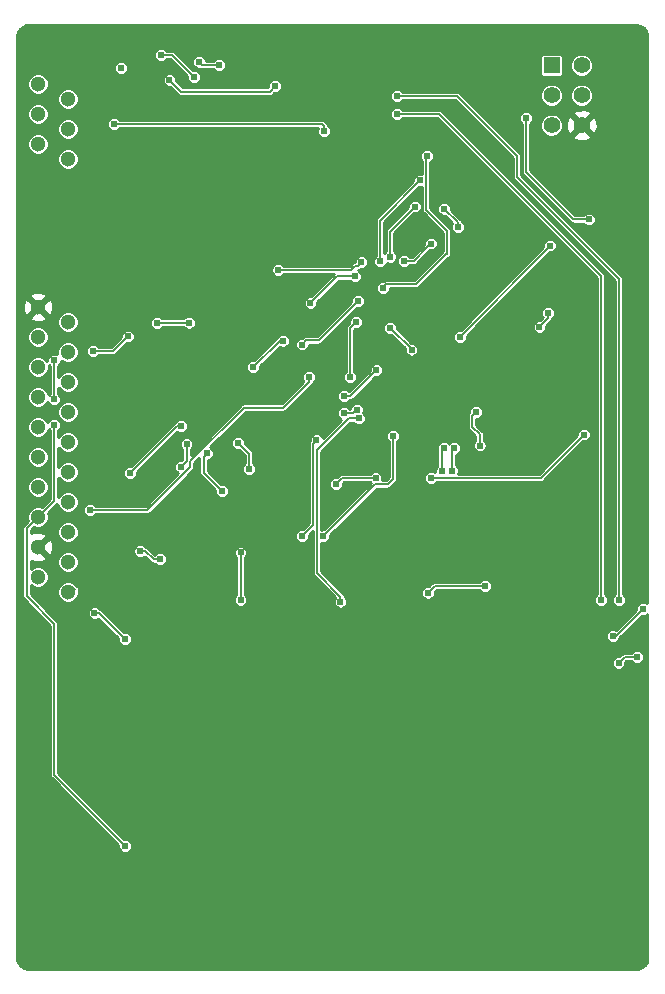
<source format=gbr>
G04 #@! TF.GenerationSoftware,KiCad,Pcbnew,5.0.2-bee76a0~70~ubuntu18.04.1*
G04 #@! TF.CreationDate,2019-04-27T20:51:53-04:00*
G04 #@! TF.ProjectId,Brakelight_Shutdown_BSPD,4272616b-656c-4696-9768-745f53687574,rev?*
G04 #@! TF.SameCoordinates,Original*
G04 #@! TF.FileFunction,Copper,L2,Bot*
G04 #@! TF.FilePolarity,Positive*
%FSLAX46Y46*%
G04 Gerber Fmt 4.6, Leading zero omitted, Abs format (unit mm)*
G04 Created by KiCad (PCBNEW 5.0.2-bee76a0~70~ubuntu18.04.1) date Sat 27 Apr 2019 08:51:53 PM EDT*
%MOMM*%
%LPD*%
G01*
G04 APERTURE LIST*
G04 #@! TA.AperFunction,ComponentPad*
%ADD10C,1.300000*%
G04 #@! TD*
G04 #@! TA.AperFunction,ComponentPad*
%ADD11R,1.400000X1.400000*%
G04 #@! TD*
G04 #@! TA.AperFunction,ComponentPad*
%ADD12C,1.400000*%
G04 #@! TD*
G04 #@! TA.AperFunction,ViaPad*
%ADD13C,0.609600*%
G04 #@! TD*
G04 #@! TA.AperFunction,ViaPad*
%ADD14C,0.800000*%
G04 #@! TD*
G04 #@! TA.AperFunction,Conductor*
%ADD15C,0.250000*%
G04 #@! TD*
G04 #@! TA.AperFunction,Conductor*
%ADD16C,0.381000*%
G04 #@! TD*
G04 #@! TA.AperFunction,Conductor*
%ADD17C,0.254000*%
G04 #@! TD*
G04 #@! TA.AperFunction,Conductor*
%ADD18C,0.152400*%
G04 #@! TD*
G04 APERTURE END LIST*
D10*
G04 #@! TO.P,J1,5*
G04 #@! TO.N,/Cooling_Pressure_Sense*
X162661600Y-57404000D03*
G04 #@! TO.P,J1,3*
G04 #@! TO.N,/Shutdown_Sense_BSPD*
X162661600Y-54864000D03*
G04 #@! TO.P,J1,1*
G04 #@! TO.N,/Shutdown_Sense_GLVMS*
X162661600Y-52324000D03*
G04 #@! TO.P,J1,2*
G04 #@! TO.N,/Shutdown_Sense_Estop*
X165201600Y-53594000D03*
G04 #@! TO.P,J1,4*
G04 #@! TO.N,/Shutdown_Sense_TSMS*
X165201600Y-56134000D03*
G04 #@! TO.P,J1,6*
G04 #@! TO.N,/BSPD_Current_Sense*
X165201600Y-58674000D03*
G04 #@! TD*
G04 #@! TO.P,J2,5*
G04 #@! TO.N,/Brake_Switch-*
X162661600Y-76301600D03*
G04 #@! TO.P,J2,3*
G04 #@! TO.N,/BSPD_Relay*
X162661600Y-73761600D03*
G04 #@! TO.P,J2,1*
G04 #@! TO.N,GND*
X162661600Y-71221600D03*
G04 #@! TO.P,J2,7*
G04 #@! TO.N,/CAN_low*
X162661600Y-78841600D03*
G04 #@! TO.P,J2,2*
G04 #@! TO.N,+12V*
X165201600Y-72491600D03*
G04 #@! TO.P,J2,4*
G04 #@! TO.N,VCC*
X165201600Y-75031600D03*
G04 #@! TO.P,J2,6*
G04 #@! TO.N,/CAN_high*
X165201600Y-77571600D03*
G04 #@! TO.P,J2,8*
G04 #@! TO.N,VCC*
X165201600Y-80111600D03*
G04 #@! TO.P,J2,9*
G04 #@! TO.N,/MISO*
X162661600Y-81381600D03*
G04 #@! TO.P,J2,10*
G04 #@! TO.N,/MOSI*
X165201600Y-82651600D03*
G04 #@! TO.P,J2,11*
G04 #@! TO.N,/SCK*
X162661600Y-83921600D03*
G04 #@! TO.P,J2,12*
G04 #@! TO.N,/RESET*
X165201600Y-85191600D03*
G04 #@! TO.P,J2,13*
G04 #@! TO.N,/Cooling_Pump_LSD*
X162661600Y-86461600D03*
G04 #@! TO.P,J2,14*
G04 #@! TO.N,/Brakelight_LSD*
X165201600Y-87731600D03*
G04 #@! TO.P,J2,15*
G04 #@! TO.N,VCC*
X162661600Y-89001600D03*
G04 #@! TO.P,J2,16*
G04 #@! TO.N,/Brake_Pressure_Sense*
X165201600Y-90271600D03*
G04 #@! TO.P,J2,17*
G04 #@! TO.N,GND*
X162661600Y-91541600D03*
G04 #@! TO.P,J2,18*
G04 #@! TO.N,/BSPD_Current_Sense*
X165201600Y-92811600D03*
G04 #@! TO.P,J2,19*
G04 #@! TO.N,/RJ45_LED1*
X162661600Y-94081600D03*
G04 #@! TO.P,J2,20*
G04 #@! TO.N,/RJ45_LED2*
X165201600Y-95351600D03*
G04 #@! TD*
D11*
G04 #@! TO.P,J3,1*
G04 #@! TO.N,/MISO*
X206146400Y-50749200D03*
D12*
G04 #@! TO.P,J3,2*
G04 #@! TO.N,VCC*
X208686400Y-50749200D03*
G04 #@! TO.P,J3,3*
G04 #@! TO.N,/SCK*
X206146400Y-53289200D03*
G04 #@! TO.P,J3,4*
G04 #@! TO.N,/MOSI*
X208686400Y-53289200D03*
G04 #@! TO.P,J3,5*
G04 #@! TO.N,/RESET*
X206146400Y-55829200D03*
G04 #@! TO.P,J3,6*
G04 #@! TO.N,GND*
X208686400Y-55829200D03*
G04 #@! TD*
D13*
G04 #@! TO.N,GND*
X169570400Y-89357200D03*
X168300400Y-80657700D03*
X181254400Y-80467200D03*
X182714900Y-86309200D03*
X188112400Y-92849700D03*
X183984900Y-90436700D03*
X192874900Y-80467200D03*
X177520600Y-76047600D03*
X171272200Y-68427600D03*
X175437800Y-68072000D03*
X182041800Y-74015600D03*
X172847000Y-91389200D03*
X175971200Y-91287600D03*
X202082400Y-58674000D03*
X194741800Y-70205600D03*
X209143600Y-74980800D03*
X208407000Y-90398600D03*
X205181200Y-78486000D03*
X201625200Y-92760800D03*
X169976800Y-60096400D03*
X176326800Y-58978800D03*
X182626000Y-59080400D03*
X188823600Y-59385200D03*
X193192400Y-60401200D03*
X208280000Y-105410000D03*
X208280000Y-109220000D03*
X208280000Y-114300000D03*
X208280000Y-119380000D03*
D14*
X198645780Y-115638580D03*
X198610220Y-112303560D03*
X198645780Y-120474740D03*
X198645780Y-118374160D03*
X179331620Y-103444040D03*
X176502060Y-103431340D03*
X173532800Y-103469440D03*
X170378120Y-103469440D03*
X170314620Y-105267760D03*
X170301920Y-108148120D03*
X195780660Y-121828560D03*
D13*
X191516000Y-123063000D03*
G04 #@! TO.N,VCC*
X176989948Y-83617595D03*
X178257200Y-86817200D03*
X199720200Y-80137000D03*
X200046571Y-82952571D03*
X175412400Y-72542400D03*
X172745400Y-72593200D03*
X194589400Y-62712600D03*
X192455800Y-72974200D03*
X194284600Y-74828400D03*
X205841600Y-71704200D03*
X205117229Y-72885771D03*
X192455800Y-66979800D03*
X179806600Y-91998800D03*
X179806600Y-96012000D03*
X167298529Y-74944129D03*
X164033200Y-75742800D03*
X164033200Y-79044800D03*
X164033200Y-81178400D03*
X170256200Y-73710800D03*
X170053000Y-116840000D03*
G04 #@! TO.N,/MISO*
X195580000Y-58420000D03*
X189611000Y-72466200D03*
X191846200Y-69596000D03*
X189088588Y-77176188D03*
G04 #@! TO.N,/SCK*
X208864200Y-82016600D03*
X191236600Y-85674200D03*
X187909200Y-86182200D03*
X179587229Y-82711629D03*
X180517800Y-84912200D03*
X195935600Y-85674200D03*
X209296000Y-63804800D03*
X203962000Y-55219600D03*
G04 #@! TO.N,Net-(C2-Pad1)*
X188264800Y-96164400D03*
X189816185Y-80654598D03*
G04 #@! TO.N,Net-(D7-Pad2)*
X213893400Y-96774000D03*
X211328000Y-99060000D03*
G04 #@! TO.N,Net-(D8-Pad2)*
X193040000Y-54864000D03*
X210312000Y-96012000D03*
G04 #@! TO.N,Net-(D9-Pad2)*
X213360000Y-100838000D03*
X211810600Y-101346000D03*
G04 #@! TO.N,Net-(D10-Pad2)*
X193040000Y-53340000D03*
X211836000Y-96012000D03*
G04 #@! TO.N,/MOSI*
X188569600Y-78765400D03*
X191312800Y-76553998D03*
X198374000Y-73736200D03*
X206019400Y-66014600D03*
G04 #@! TO.N,/Brake_Pressure_Sense*
X189661800Y-79908400D03*
X171323000Y-91897200D03*
X172999400Y-92583000D03*
X184988200Y-90627200D03*
X188544200Y-80213200D03*
X186232800Y-82499200D03*
G04 #@! TO.N,Net-(IC1-Pad23)*
X196824600Y-85140800D03*
X197027800Y-83159600D03*
G04 #@! TO.N,Net-(IC1-Pad24)*
X197713600Y-85090000D03*
X197891400Y-83185000D03*
G04 #@! TO.N,/RESET*
X175234600Y-82804000D03*
X174777400Y-84734400D03*
X194995800Y-60502800D03*
X191592200Y-67360800D03*
X189738000Y-70739000D03*
X184988200Y-74396600D03*
G04 #@! TO.N,/Shutdown_Sense_TSMS*
X186893200Y-56337200D03*
X169062400Y-55727600D03*
G04 #@! TO.N,/Shutdown_Sense_BSPD*
X177952400Y-50749200D03*
X176276000Y-50444400D03*
X169672000Y-51003200D03*
G04 #@! TO.N,/Shutdown_Sense_GLVMS*
X175869600Y-51765200D03*
X173075600Y-49885600D03*
G04 #@! TO.N,/Shutdown_Sense_Estop*
X182727600Y-52527200D03*
X173786800Y-52019200D03*
G04 #@! TO.N,/BSPD_Relay*
X200507600Y-94818200D03*
X195656200Y-95402400D03*
G04 #@! TO.N,/Brakelight_LSD*
X183413400Y-74066400D03*
X174767200Y-81280000D03*
X180848000Y-76327000D03*
X170434000Y-85267800D03*
G04 #@! TO.N,/RJ45_LED2*
X170002200Y-99339400D03*
X167436800Y-97129600D03*
G04 #@! TO.N,/Brake_Switch_Pressed*
X183007000Y-68071999D03*
X190042800Y-67437000D03*
G04 #@! TO.N,/BSPD_Current_Sense*
X197053200Y-62890400D03*
X198196200Y-64465200D03*
X186817000Y-90627200D03*
X193624200Y-67310000D03*
X192735200Y-82118200D03*
X195935600Y-65852000D03*
G04 #@! TO.N,/Cooling_Pump_LSD*
X185724800Y-70891400D03*
X189509400Y-68630800D03*
X189509400Y-68630800D03*
X185572400Y-77165200D03*
X167030400Y-88392000D03*
G04 #@! TD*
D15*
G04 #@! TO.N,GND*
X198610220Y-112303560D02*
X198610220Y-115603020D01*
X198610220Y-115603020D02*
X198645780Y-115638580D01*
X198645780Y-119909055D02*
X198648320Y-119906515D01*
X198645780Y-120474740D02*
X198645780Y-119909055D01*
X198648320Y-118376700D02*
X198645780Y-118374160D01*
X198648320Y-119906515D02*
X198648320Y-118376700D01*
D16*
X179331620Y-103444040D02*
X176514760Y-103444040D01*
X176514760Y-103444040D02*
X176502060Y-103431340D01*
X173532800Y-103469440D02*
X172967115Y-103469440D01*
X172967115Y-103469440D02*
X170378120Y-103469440D01*
X170314620Y-105267760D02*
X170314620Y-108135420D01*
X170314620Y-108135420D02*
X170301920Y-108148120D01*
D15*
X194975480Y-121828560D02*
X195780660Y-121828560D01*
D17*
X194045839Y-122758201D02*
X194975480Y-121828560D01*
X191820799Y-122758201D02*
X194045839Y-122758201D01*
X191516000Y-123063000D02*
X191820799Y-122758201D01*
D18*
G04 #@! TO.N,VCC*
X176685149Y-85245149D02*
X178257200Y-86817200D01*
X176989948Y-83617595D02*
X176685149Y-83922394D01*
X176685149Y-83922394D02*
X176685149Y-85245149D01*
X199415401Y-80441799D02*
X199415401Y-81381599D01*
X199720200Y-80137000D02*
X199415401Y-80441799D01*
X199415401Y-81381599D02*
X200046571Y-82012769D01*
X200046571Y-82012769D02*
X200046571Y-82952571D01*
X169151300Y-74815700D02*
X170256200Y-73710800D01*
X175412400Y-72542400D02*
X172796200Y-72542400D01*
X172796200Y-72542400D02*
X172745400Y-72593200D01*
X192455800Y-72974200D02*
X194284600Y-74803000D01*
X194284600Y-74803000D02*
X194284600Y-74828400D01*
X205841600Y-71704200D02*
X205841600Y-72161400D01*
X205841600Y-72161400D02*
X205117229Y-72885771D01*
X192455800Y-64846200D02*
X194589400Y-62712600D01*
X192455800Y-66979800D02*
X192455800Y-64846200D01*
X179806600Y-91998800D02*
X179806600Y-96012000D01*
X169022871Y-74944129D02*
X169151300Y-74815700D01*
X167298529Y-74944129D02*
X169022871Y-74944129D01*
X164033200Y-75742800D02*
X164033200Y-79044800D01*
X164033200Y-87630000D02*
X164033200Y-81178400D01*
X162661600Y-89001600D02*
X164033200Y-87630000D01*
X162661600Y-89001600D02*
X161696400Y-89966800D01*
X164033200Y-101752400D02*
X164033200Y-98044000D01*
X161696400Y-95707200D02*
X161696400Y-89966800D01*
X164033200Y-98044000D02*
X161696400Y-95707200D01*
X164033200Y-101752400D02*
X164033200Y-110820200D01*
X164033200Y-110820200D02*
X170053000Y-116840000D01*
G04 #@! TO.N,/MISO*
X195529201Y-63015367D02*
X197280471Y-64766637D01*
X195529201Y-58470799D02*
X195529201Y-63015367D01*
X195580000Y-58420000D02*
X195529201Y-58470799D01*
X192150999Y-69291201D02*
X194638870Y-69291201D01*
X194638870Y-69291201D02*
X197280471Y-66649600D01*
X191846200Y-69596000D02*
X192150999Y-69291201D01*
X197280471Y-64766637D02*
X197280471Y-66649600D01*
X197280471Y-66649600D02*
X197280471Y-66701729D01*
X189088588Y-72988612D02*
X189611000Y-72466200D01*
X189088588Y-77176188D02*
X189088588Y-72988612D01*
G04 #@! TO.N,/SCK*
X208864200Y-82016600D02*
X205206599Y-85674201D01*
X191236600Y-85674200D02*
X188417200Y-85674200D01*
X188417200Y-85674200D02*
X187909200Y-86182200D01*
X179587229Y-82711629D02*
X180517800Y-83642200D01*
X180517800Y-83642200D02*
X180517800Y-84912200D01*
X196366653Y-85674201D02*
X205206599Y-85674201D01*
X195935600Y-85674200D02*
X196366653Y-85674201D01*
X209296000Y-63804800D02*
X207975200Y-63804800D01*
X207975200Y-63804800D02*
X203962000Y-59791600D01*
X203962000Y-59791600D02*
X203962000Y-55219600D01*
G04 #@! TO.N,Net-(C2-Pad1)*
X186283599Y-84455001D02*
X186283599Y-83337401D01*
X186283599Y-83337401D02*
X188966402Y-80654598D01*
X188966402Y-80654598D02*
X189816185Y-80654598D01*
X186283599Y-93752147D02*
X186283599Y-93751400D01*
X188264800Y-95733348D02*
X186283599Y-93752147D01*
X188264800Y-96164400D02*
X188264800Y-95733348D01*
X186283599Y-93751400D02*
X186283599Y-84455001D01*
G04 #@! TO.N,Net-(D7-Pad2)*
X213893400Y-96774000D02*
X211607400Y-99060000D01*
X211607400Y-99060000D02*
X211328000Y-99060000D01*
G04 #@! TO.N,Net-(D8-Pad2)*
X193040000Y-54864000D02*
X196596000Y-54864000D01*
X196596000Y-54864000D02*
X210312000Y-68580000D01*
X210312000Y-68580000D02*
X210312000Y-96012000D01*
G04 #@! TO.N,Net-(D9-Pad2)*
X213360000Y-100838000D02*
X212318600Y-100838000D01*
X212318600Y-100838000D02*
X211810600Y-101346000D01*
G04 #@! TO.N,Net-(D10-Pad2)*
X193040000Y-53340000D02*
X198120000Y-53340000D01*
X198120000Y-53340000D02*
X203200000Y-58420000D01*
X203200000Y-58420000D02*
X203200000Y-60198000D01*
X203200000Y-60198000D02*
X211836000Y-68834000D01*
X211836000Y-68834000D02*
X211836000Y-96012000D01*
G04 #@! TO.N,/MOSI*
X189000652Y-78765400D02*
X189026052Y-78740000D01*
X188569600Y-78765400D02*
X189000652Y-78765400D01*
X189000652Y-78765400D02*
X189101398Y-78765400D01*
X189101398Y-78765400D02*
X191312800Y-76553998D01*
X198374000Y-73736200D02*
X206019400Y-66090800D01*
X206019400Y-66090800D02*
X206019400Y-66014600D01*
G04 #@! TO.N,/Brake_Pressure_Sense*
X189661800Y-79908400D02*
X189357001Y-80213199D01*
X171754052Y-91897200D02*
X172439852Y-92583000D01*
X171323000Y-91897200D02*
X171754052Y-91897200D01*
X172439852Y-92583000D02*
X172999400Y-92583000D01*
X184988200Y-90627200D02*
X185699400Y-89916000D01*
X189357001Y-80213199D02*
X188544201Y-80213199D01*
X188544201Y-80213199D02*
X188544200Y-80213200D01*
X185928001Y-82803999D02*
X185928001Y-89687399D01*
X185928001Y-89687399D02*
X185699400Y-89916000D01*
X186232800Y-82499200D02*
X185928001Y-82803999D01*
G04 #@! TO.N,Net-(IC1-Pad23)*
X196824600Y-85140800D02*
X196824600Y-83362800D01*
X196824600Y-83362800D02*
X197027800Y-83159600D01*
G04 #@! TO.N,Net-(IC1-Pad24)*
X197713600Y-85090000D02*
X197713600Y-83362800D01*
X197713600Y-83362800D02*
X197891400Y-83185000D01*
G04 #@! TO.N,/RESET*
X175234600Y-82804000D02*
X175234600Y-83235052D01*
X175234600Y-83235052D02*
X175234600Y-84277200D01*
X175234600Y-84277200D02*
X174777400Y-84734400D01*
X194995800Y-60502800D02*
X191592200Y-63906400D01*
X191592200Y-63906400D02*
X191592200Y-67360800D01*
X189738000Y-70739000D02*
X186436000Y-74041000D01*
X186436000Y-74041000D02*
X185343800Y-74041000D01*
X185343800Y-74041000D02*
X184988200Y-74396600D01*
G04 #@! TO.N,/Shutdown_Sense_TSMS*
X186893200Y-55906148D02*
X186714652Y-55727600D01*
X186893200Y-56337200D02*
X186893200Y-55906148D01*
X186714652Y-55727600D02*
X169062400Y-55727600D01*
G04 #@! TO.N,/Shutdown_Sense_BSPD*
X177952400Y-50749200D02*
X176580800Y-50749200D01*
X176580800Y-50749200D02*
X176276000Y-50444400D01*
G04 #@! TO.N,/Shutdown_Sense_GLVMS*
X173990000Y-49885600D02*
X175869600Y-51765200D01*
X173990000Y-49885600D02*
X173075600Y-49885600D01*
G04 #@! TO.N,/Shutdown_Sense_Estop*
X182727600Y-52527200D02*
X182270400Y-52984400D01*
X182270400Y-52984400D02*
X174752000Y-52984400D01*
X174752000Y-52984400D02*
X173786800Y-52019200D01*
G04 #@! TO.N,/BSPD_Relay*
X200507600Y-94818200D02*
X196240400Y-94818200D01*
X196240400Y-94818200D02*
X195656200Y-95402400D01*
G04 #@! TO.N,/Brakelight_LSD*
X183108600Y-74066400D02*
X183413400Y-74066400D01*
X180848000Y-76327000D02*
X183108600Y-74066400D01*
X174421800Y-81280000D02*
X174767200Y-81280000D01*
X170434000Y-85267800D02*
X174421800Y-81280000D01*
G04 #@! TO.N,/RJ45_LED2*
X165798500Y-95135700D02*
X165569900Y-95135700D01*
X170002200Y-99339400D02*
X167792400Y-97129600D01*
X167792400Y-97129600D02*
X167436800Y-97129600D01*
G04 #@! TO.N,/Brake_Switch_Pressed*
X183007000Y-68071999D02*
X189198001Y-68071999D01*
X189198001Y-68071999D02*
X189502800Y-67767200D01*
X189502800Y-67767200D02*
X189712600Y-67767200D01*
X189712600Y-67767200D02*
X190042800Y-67437000D01*
G04 #@! TO.N,/BSPD_Current_Sense*
X197053200Y-62890400D02*
X198196200Y-64033400D01*
X198196200Y-64033400D02*
X198196200Y-64465200D01*
X191211200Y-86233000D02*
X186817000Y-90627200D01*
X192735200Y-85749652D02*
X192251852Y-86233000D01*
X192251852Y-86233000D02*
X191211200Y-86233000D01*
X192735200Y-85318600D02*
X192735200Y-85749652D01*
X193624200Y-67310000D02*
X194459740Y-67310000D01*
X192735200Y-85318600D02*
X192735200Y-82118200D01*
X195612941Y-66156799D02*
X194459740Y-67310000D01*
X195630801Y-66156799D02*
X195612941Y-66156799D01*
X195935600Y-65852000D02*
X195630801Y-66156799D01*
G04 #@! TO.N,/Cooling_Pump_LSD*
X185724800Y-70891400D02*
X187985400Y-68630800D01*
X187985400Y-68630800D02*
X189509400Y-68630800D01*
X185572400Y-77596252D02*
X183436543Y-79732109D01*
X185572400Y-77165200D02*
X185572400Y-77596252D01*
X171906933Y-88394301D02*
X175539409Y-84761825D01*
X175539409Y-84761825D02*
X175539409Y-84278700D01*
X175539409Y-84278700D02*
X180086000Y-79732109D01*
X183436543Y-79732109D02*
X180086000Y-79732109D01*
X171906933Y-88394301D02*
X167032701Y-88394301D01*
X167032701Y-88394301D02*
X167030400Y-88392000D01*
G04 #@! TD*
D17*
G04 #@! TO.N,GND*
G36*
X213662600Y-47428609D02*
X213928703Y-47582244D01*
X214126214Y-47817627D01*
X214237103Y-48122293D01*
X214250600Y-48276561D01*
X214250601Y-96305017D01*
X214224323Y-96278739D01*
X214009605Y-96189800D01*
X213777195Y-96189800D01*
X213562477Y-96278739D01*
X213398139Y-96443077D01*
X213309200Y-96657795D01*
X213309200Y-96855306D01*
X211617093Y-98547413D01*
X211444205Y-98475800D01*
X211211795Y-98475800D01*
X210997077Y-98564739D01*
X210832739Y-98729077D01*
X210743800Y-98943795D01*
X210743800Y-99176205D01*
X210832739Y-99390923D01*
X210997077Y-99555261D01*
X211211795Y-99644200D01*
X211444205Y-99644200D01*
X211658923Y-99555261D01*
X211823261Y-99390923D01*
X211850454Y-99325272D01*
X211863773Y-99316373D01*
X211883611Y-99286683D01*
X213812094Y-97358200D01*
X214009605Y-97358200D01*
X214224323Y-97269261D01*
X214250601Y-97242983D01*
X214250601Y-126331802D01*
X214191391Y-126667600D01*
X214037755Y-126933705D01*
X213802372Y-127131214D01*
X213497707Y-127242103D01*
X213343438Y-127255600D01*
X161831193Y-127255600D01*
X161495400Y-127196391D01*
X161229295Y-127042755D01*
X161031786Y-126807372D01*
X160920897Y-126502707D01*
X160907400Y-126348438D01*
X160907400Y-89966800D01*
X161333834Y-89966800D01*
X161340801Y-90001825D01*
X161340800Y-95672180D01*
X161333834Y-95707200D01*
X161340800Y-95742219D01*
X161361433Y-95845947D01*
X161440027Y-95963572D01*
X161469715Y-95983409D01*
X163677601Y-98191295D01*
X163677600Y-101717380D01*
X163677600Y-101717381D01*
X163677601Y-110785175D01*
X163670634Y-110820200D01*
X163698233Y-110958947D01*
X163756990Y-111046884D01*
X163756992Y-111046886D01*
X163776828Y-111076573D01*
X163806515Y-111096409D01*
X169468800Y-116758695D01*
X169468800Y-116956205D01*
X169557739Y-117170923D01*
X169722077Y-117335261D01*
X169936795Y-117424200D01*
X170169205Y-117424200D01*
X170383923Y-117335261D01*
X170548261Y-117170923D01*
X170637200Y-116956205D01*
X170637200Y-116723795D01*
X170548261Y-116509077D01*
X170383923Y-116344739D01*
X170169205Y-116255800D01*
X169971695Y-116255800D01*
X164388800Y-110672906D01*
X164388800Y-101229795D01*
X211226400Y-101229795D01*
X211226400Y-101462205D01*
X211315339Y-101676923D01*
X211479677Y-101841261D01*
X211694395Y-101930200D01*
X211926805Y-101930200D01*
X212141523Y-101841261D01*
X212305861Y-101676923D01*
X212394800Y-101462205D01*
X212394800Y-101264694D01*
X212465894Y-101193600D01*
X212889416Y-101193600D01*
X213029077Y-101333261D01*
X213243795Y-101422200D01*
X213476205Y-101422200D01*
X213690923Y-101333261D01*
X213855261Y-101168923D01*
X213944200Y-100954205D01*
X213944200Y-100721795D01*
X213855261Y-100507077D01*
X213690923Y-100342739D01*
X213476205Y-100253800D01*
X213243795Y-100253800D01*
X213029077Y-100342739D01*
X212889416Y-100482400D01*
X212353614Y-100482400D01*
X212318599Y-100475435D01*
X212283584Y-100482400D01*
X212283580Y-100482400D01*
X212179852Y-100503033D01*
X212062227Y-100581627D01*
X212042389Y-100611317D01*
X211891906Y-100761800D01*
X211694395Y-100761800D01*
X211479677Y-100850739D01*
X211315339Y-101015077D01*
X211226400Y-101229795D01*
X164388800Y-101229795D01*
X164388800Y-98079014D01*
X164395765Y-98043999D01*
X164388800Y-98008984D01*
X164388800Y-98008980D01*
X164368167Y-97905252D01*
X164289573Y-97787627D01*
X164259883Y-97767789D01*
X163505489Y-97013395D01*
X166852600Y-97013395D01*
X166852600Y-97245805D01*
X166941539Y-97460523D01*
X167105877Y-97624861D01*
X167320595Y-97713800D01*
X167553005Y-97713800D01*
X167767723Y-97624861D01*
X167776245Y-97616339D01*
X169418000Y-99258094D01*
X169418000Y-99455605D01*
X169506939Y-99670323D01*
X169671277Y-99834661D01*
X169885995Y-99923600D01*
X170118405Y-99923600D01*
X170333123Y-99834661D01*
X170497461Y-99670323D01*
X170586400Y-99455605D01*
X170586400Y-99223195D01*
X170497461Y-99008477D01*
X170333123Y-98844139D01*
X170118405Y-98755200D01*
X169920894Y-98755200D01*
X168068611Y-96902917D01*
X168048773Y-96873227D01*
X167931148Y-96794633D01*
X167927240Y-96793856D01*
X167767723Y-96634339D01*
X167553005Y-96545400D01*
X167320595Y-96545400D01*
X167105877Y-96634339D01*
X166941539Y-96798677D01*
X166852600Y-97013395D01*
X163505489Y-97013395D01*
X162052000Y-95559906D01*
X162052000Y-95166731D01*
X164272200Y-95166731D01*
X164272200Y-95536469D01*
X164413693Y-95878063D01*
X164675137Y-96139507D01*
X165016731Y-96281000D01*
X165386469Y-96281000D01*
X165728063Y-96139507D01*
X165989507Y-95878063D01*
X166131000Y-95536469D01*
X166131000Y-95278140D01*
X166133467Y-95274448D01*
X166161066Y-95135700D01*
X166133467Y-94996952D01*
X166054873Y-94879327D01*
X165995529Y-94839675D01*
X165989507Y-94825137D01*
X165728063Y-94563693D01*
X165386469Y-94422200D01*
X165016731Y-94422200D01*
X164675137Y-94563693D01*
X164413693Y-94825137D01*
X164272200Y-95166731D01*
X162052000Y-95166731D01*
X162052000Y-94786370D01*
X162135137Y-94869507D01*
X162476731Y-95011000D01*
X162846469Y-95011000D01*
X163188063Y-94869507D01*
X163449507Y-94608063D01*
X163591000Y-94266469D01*
X163591000Y-93896731D01*
X163449507Y-93555137D01*
X163188063Y-93293693D01*
X162846469Y-93152200D01*
X162476731Y-93152200D01*
X162135137Y-93293693D01*
X162052000Y-93376830D01*
X162052000Y-92690047D01*
X162480678Y-92839222D01*
X162991028Y-92809683D01*
X163325329Y-92671211D01*
X163336069Y-92626731D01*
X164272200Y-92626731D01*
X164272200Y-92996469D01*
X164413693Y-93338063D01*
X164675137Y-93599507D01*
X165016731Y-93741000D01*
X165386469Y-93741000D01*
X165728063Y-93599507D01*
X165989507Y-93338063D01*
X166131000Y-92996469D01*
X166131000Y-92626731D01*
X165989507Y-92285137D01*
X165728063Y-92023693D01*
X165386469Y-91882200D01*
X165016731Y-91882200D01*
X164675137Y-92023693D01*
X164413693Y-92285137D01*
X164272200Y-92626731D01*
X163336069Y-92626731D01*
X163381010Y-92440616D01*
X162661600Y-91721205D01*
X162647458Y-91735348D01*
X162467852Y-91555742D01*
X162481995Y-91541600D01*
X162841205Y-91541600D01*
X163560616Y-92261010D01*
X163791211Y-92205329D01*
X163938874Y-91780995D01*
X170738800Y-91780995D01*
X170738800Y-92013405D01*
X170827739Y-92228123D01*
X170992077Y-92392461D01*
X171206795Y-92481400D01*
X171439205Y-92481400D01*
X171653923Y-92392461D01*
X171700171Y-92346213D01*
X172163643Y-92809686D01*
X172183479Y-92839373D01*
X172213166Y-92859209D01*
X172213167Y-92859210D01*
X172301104Y-92917967D01*
X172439852Y-92945566D01*
X172474872Y-92938600D01*
X172528816Y-92938600D01*
X172668477Y-93078261D01*
X172883195Y-93167200D01*
X173115605Y-93167200D01*
X173330323Y-93078261D01*
X173494661Y-92913923D01*
X173583600Y-92699205D01*
X173583600Y-92466795D01*
X173494661Y-92252077D01*
X173330323Y-92087739D01*
X173115605Y-91998800D01*
X172883195Y-91998800D01*
X172668477Y-92087739D01*
X172557981Y-92198235D01*
X172242341Y-91882595D01*
X179222400Y-91882595D01*
X179222400Y-92115005D01*
X179311339Y-92329723D01*
X179451000Y-92469384D01*
X179451001Y-95541415D01*
X179311339Y-95681077D01*
X179222400Y-95895795D01*
X179222400Y-96128205D01*
X179311339Y-96342923D01*
X179475677Y-96507261D01*
X179690395Y-96596200D01*
X179922805Y-96596200D01*
X180137523Y-96507261D01*
X180301861Y-96342923D01*
X180390800Y-96128205D01*
X180390800Y-95895795D01*
X180301861Y-95681077D01*
X180162200Y-95541416D01*
X180162200Y-92469384D01*
X180301861Y-92329723D01*
X180390800Y-92115005D01*
X180390800Y-91882595D01*
X180301861Y-91667877D01*
X180137523Y-91503539D01*
X179922805Y-91414600D01*
X179690395Y-91414600D01*
X179475677Y-91503539D01*
X179311339Y-91667877D01*
X179222400Y-91882595D01*
X172242341Y-91882595D01*
X172030263Y-91670517D01*
X172010425Y-91640827D01*
X171892800Y-91562233D01*
X171794704Y-91542720D01*
X171653923Y-91401939D01*
X171439205Y-91313000D01*
X171206795Y-91313000D01*
X170992077Y-91401939D01*
X170827739Y-91566277D01*
X170738800Y-91780995D01*
X163938874Y-91780995D01*
X163959222Y-91722522D01*
X163929683Y-91212172D01*
X163791211Y-90877871D01*
X163560616Y-90822190D01*
X162841205Y-91541600D01*
X162481995Y-91541600D01*
X162467852Y-91527458D01*
X162647458Y-91347852D01*
X162661600Y-91361995D01*
X163381010Y-90642584D01*
X163325329Y-90411989D01*
X162842522Y-90243978D01*
X162332172Y-90273517D01*
X162052000Y-90389568D01*
X162052000Y-90114094D01*
X162079363Y-90086731D01*
X164272200Y-90086731D01*
X164272200Y-90456469D01*
X164413693Y-90798063D01*
X164675137Y-91059507D01*
X165016731Y-91201000D01*
X165386469Y-91201000D01*
X165728063Y-91059507D01*
X165989507Y-90798063D01*
X166108414Y-90510995D01*
X184404000Y-90510995D01*
X184404000Y-90743405D01*
X184492939Y-90958123D01*
X184657277Y-91122461D01*
X184871995Y-91211400D01*
X185104405Y-91211400D01*
X185319123Y-91122461D01*
X185483461Y-90958123D01*
X185572400Y-90743405D01*
X185572400Y-90545894D01*
X185927999Y-90190296D01*
X185927999Y-93717127D01*
X185921033Y-93752147D01*
X185927999Y-93787166D01*
X185948632Y-93890894D01*
X186027226Y-94008519D01*
X186056914Y-94028356D01*
X187815787Y-95787229D01*
X187769539Y-95833477D01*
X187680600Y-96048195D01*
X187680600Y-96280605D01*
X187769539Y-96495323D01*
X187933877Y-96659661D01*
X188148595Y-96748600D01*
X188381005Y-96748600D01*
X188595723Y-96659661D01*
X188760061Y-96495323D01*
X188849000Y-96280605D01*
X188849000Y-96048195D01*
X188760061Y-95833477D01*
X188619280Y-95692696D01*
X188599767Y-95594600D01*
X188521173Y-95476975D01*
X188491483Y-95457137D01*
X188320541Y-95286195D01*
X195072000Y-95286195D01*
X195072000Y-95518605D01*
X195160939Y-95733323D01*
X195325277Y-95897661D01*
X195539995Y-95986600D01*
X195772405Y-95986600D01*
X195987123Y-95897661D01*
X196151461Y-95733323D01*
X196240400Y-95518605D01*
X196240400Y-95321094D01*
X196387694Y-95173800D01*
X200037016Y-95173800D01*
X200176677Y-95313461D01*
X200391395Y-95402400D01*
X200623805Y-95402400D01*
X200838523Y-95313461D01*
X201002861Y-95149123D01*
X201091800Y-94934405D01*
X201091800Y-94701995D01*
X201002861Y-94487277D01*
X200838523Y-94322939D01*
X200623805Y-94234000D01*
X200391395Y-94234000D01*
X200176677Y-94322939D01*
X200037016Y-94462600D01*
X196275420Y-94462600D01*
X196240400Y-94455634D01*
X196205380Y-94462600D01*
X196101652Y-94483233D01*
X195984027Y-94561827D01*
X195964189Y-94591517D01*
X195737506Y-94818200D01*
X195539995Y-94818200D01*
X195325277Y-94907139D01*
X195160939Y-95071477D01*
X195072000Y-95286195D01*
X188320541Y-95286195D01*
X186639199Y-93604853D01*
X186639199Y-91185886D01*
X186700795Y-91211400D01*
X186933205Y-91211400D01*
X187147923Y-91122461D01*
X187312261Y-90958123D01*
X187401200Y-90743405D01*
X187401200Y-90545894D01*
X191358494Y-86588600D01*
X192216832Y-86588600D01*
X192251852Y-86595566D01*
X192286872Y-86588600D01*
X192390600Y-86567967D01*
X192508225Y-86489373D01*
X192528063Y-86459683D01*
X192961883Y-86025863D01*
X192991573Y-86006025D01*
X193070167Y-85888400D01*
X193090800Y-85784672D01*
X193090800Y-85784668D01*
X193097765Y-85749653D01*
X193090800Y-85714638D01*
X193090800Y-85557995D01*
X195351400Y-85557995D01*
X195351400Y-85790405D01*
X195440339Y-86005123D01*
X195604677Y-86169461D01*
X195819395Y-86258400D01*
X196051805Y-86258400D01*
X196266523Y-86169461D01*
X196406183Y-86029801D01*
X205171579Y-86029801D01*
X205206599Y-86036767D01*
X205241619Y-86029801D01*
X205345347Y-86009168D01*
X205462972Y-85930574D01*
X205482810Y-85900884D01*
X208782895Y-82600800D01*
X208980405Y-82600800D01*
X209195123Y-82511861D01*
X209359461Y-82347523D01*
X209448400Y-82132805D01*
X209448400Y-81900395D01*
X209359461Y-81685677D01*
X209195123Y-81521339D01*
X208980405Y-81432400D01*
X208747995Y-81432400D01*
X208533277Y-81521339D01*
X208368939Y-81685677D01*
X208280000Y-81900395D01*
X208280000Y-82097905D01*
X205059305Y-85318601D01*
X198251244Y-85318601D01*
X198297800Y-85206205D01*
X198297800Y-84973795D01*
X198208861Y-84759077D01*
X198069200Y-84619416D01*
X198069200Y-83743687D01*
X198222323Y-83680261D01*
X198386661Y-83515923D01*
X198475600Y-83301205D01*
X198475600Y-83068795D01*
X198386661Y-82854077D01*
X198222323Y-82689739D01*
X198007605Y-82600800D01*
X197775195Y-82600800D01*
X197560477Y-82689739D01*
X197472300Y-82777916D01*
X197358723Y-82664339D01*
X197144005Y-82575400D01*
X196911595Y-82575400D01*
X196696877Y-82664339D01*
X196532539Y-82828677D01*
X196443600Y-83043395D01*
X196443600Y-83275805D01*
X196467744Y-83334094D01*
X196462034Y-83362800D01*
X196469001Y-83397825D01*
X196469000Y-84670216D01*
X196329339Y-84809877D01*
X196240400Y-85024595D01*
X196240400Y-85168119D01*
X196051805Y-85090000D01*
X195819395Y-85090000D01*
X195604677Y-85178939D01*
X195440339Y-85343277D01*
X195351400Y-85557995D01*
X193090800Y-85557995D01*
X193090800Y-82588784D01*
X193230461Y-82449123D01*
X193319400Y-82234405D01*
X193319400Y-82001995D01*
X193230461Y-81787277D01*
X193066123Y-81622939D01*
X192851405Y-81534000D01*
X192618995Y-81534000D01*
X192404277Y-81622939D01*
X192239939Y-81787277D01*
X192151000Y-82001995D01*
X192151000Y-82234405D01*
X192239939Y-82449123D01*
X192379601Y-82588785D01*
X192379600Y-85283580D01*
X192379600Y-85602358D01*
X192104558Y-85877400D01*
X191784766Y-85877400D01*
X191820800Y-85790405D01*
X191820800Y-85557995D01*
X191731861Y-85343277D01*
X191567523Y-85178939D01*
X191352805Y-85090000D01*
X191120395Y-85090000D01*
X190905677Y-85178939D01*
X190766016Y-85318600D01*
X188452214Y-85318600D01*
X188417199Y-85311635D01*
X188382184Y-85318600D01*
X188382180Y-85318600D01*
X188278452Y-85339233D01*
X188160827Y-85417827D01*
X188140989Y-85447517D01*
X187990506Y-85598000D01*
X187792995Y-85598000D01*
X187578277Y-85686939D01*
X187413939Y-85851277D01*
X187325000Y-86065995D01*
X187325000Y-86298405D01*
X187413939Y-86513123D01*
X187578277Y-86677461D01*
X187792995Y-86766400D01*
X188025405Y-86766400D01*
X188240123Y-86677461D01*
X188404461Y-86513123D01*
X188493400Y-86298405D01*
X188493400Y-86100894D01*
X188564494Y-86029800D01*
X190766016Y-86029800D01*
X190838761Y-86102545D01*
X186898306Y-90043000D01*
X186700795Y-90043000D01*
X186639199Y-90068514D01*
X186639199Y-83484695D01*
X189113696Y-81010198D01*
X189345601Y-81010198D01*
X189485262Y-81149859D01*
X189699980Y-81238798D01*
X189932390Y-81238798D01*
X190147108Y-81149859D01*
X190311446Y-80985521D01*
X190400385Y-80770803D01*
X190400385Y-80538393D01*
X190360375Y-80441799D01*
X199052835Y-80441799D01*
X199059801Y-80476819D01*
X199059802Y-81346575D01*
X199052835Y-81381599D01*
X199080434Y-81520346D01*
X199139191Y-81608283D01*
X199139193Y-81608285D01*
X199159029Y-81637972D01*
X199188716Y-81657808D01*
X199690971Y-82160063D01*
X199690971Y-82481987D01*
X199551310Y-82621648D01*
X199462371Y-82836366D01*
X199462371Y-83068776D01*
X199551310Y-83283494D01*
X199715648Y-83447832D01*
X199930366Y-83536771D01*
X200162776Y-83536771D01*
X200377494Y-83447832D01*
X200541832Y-83283494D01*
X200630771Y-83068776D01*
X200630771Y-82836366D01*
X200541832Y-82621648D01*
X200402171Y-82481987D01*
X200402171Y-82047787D01*
X200409137Y-82012768D01*
X200388309Y-81908063D01*
X200381538Y-81874021D01*
X200302943Y-81756396D01*
X200273256Y-81736560D01*
X199771001Y-81234305D01*
X199771001Y-80721200D01*
X199836405Y-80721200D01*
X200051123Y-80632261D01*
X200215461Y-80467923D01*
X200304400Y-80253205D01*
X200304400Y-80020795D01*
X200215461Y-79806077D01*
X200051123Y-79641739D01*
X199836405Y-79552800D01*
X199603995Y-79552800D01*
X199389277Y-79641739D01*
X199224939Y-79806077D01*
X199136000Y-80020795D01*
X199136000Y-80219891D01*
X199080434Y-80303052D01*
X199052835Y-80441799D01*
X190360375Y-80441799D01*
X190311446Y-80323675D01*
X190177573Y-80189802D01*
X190246000Y-80024605D01*
X190246000Y-79792195D01*
X190157061Y-79577477D01*
X189992723Y-79413139D01*
X189778005Y-79324200D01*
X189545595Y-79324200D01*
X189330877Y-79413139D01*
X189166539Y-79577477D01*
X189077600Y-79792195D01*
X189077600Y-79857599D01*
X189014783Y-79857599D01*
X188875123Y-79717939D01*
X188660405Y-79629000D01*
X188427995Y-79629000D01*
X188213277Y-79717939D01*
X188048939Y-79882277D01*
X187960000Y-80096995D01*
X187960000Y-80329405D01*
X188048939Y-80544123D01*
X188213277Y-80708461D01*
X188352130Y-80765976D01*
X186793015Y-82325091D01*
X186728061Y-82168277D01*
X186563723Y-82003939D01*
X186349005Y-81915000D01*
X186116595Y-81915000D01*
X185901877Y-82003939D01*
X185737539Y-82168277D01*
X185648600Y-82382995D01*
X185648600Y-82582091D01*
X185593034Y-82665252D01*
X185565435Y-82803999D01*
X185572401Y-82839019D01*
X185572402Y-89540103D01*
X185472715Y-89639790D01*
X185069506Y-90043000D01*
X184871995Y-90043000D01*
X184657277Y-90131939D01*
X184492939Y-90296277D01*
X184404000Y-90510995D01*
X166108414Y-90510995D01*
X166131000Y-90456469D01*
X166131000Y-90086731D01*
X165989507Y-89745137D01*
X165728063Y-89483693D01*
X165386469Y-89342200D01*
X165016731Y-89342200D01*
X164675137Y-89483693D01*
X164413693Y-89745137D01*
X164272200Y-90086731D01*
X162079363Y-90086731D01*
X162305868Y-89860226D01*
X162476731Y-89931000D01*
X162846469Y-89931000D01*
X163188063Y-89789507D01*
X163449507Y-89528063D01*
X163591000Y-89186469D01*
X163591000Y-88816731D01*
X163520226Y-88645868D01*
X164259885Y-87906209D01*
X164272200Y-87897981D01*
X164272200Y-87916469D01*
X164413693Y-88258063D01*
X164675137Y-88519507D01*
X165016731Y-88661000D01*
X165386469Y-88661000D01*
X165728063Y-88519507D01*
X165971775Y-88275795D01*
X166446200Y-88275795D01*
X166446200Y-88508205D01*
X166535139Y-88722923D01*
X166699477Y-88887261D01*
X166914195Y-88976200D01*
X167146605Y-88976200D01*
X167361323Y-88887261D01*
X167498683Y-88749901D01*
X171871913Y-88749901D01*
X171906933Y-88756867D01*
X171941953Y-88749901D01*
X172045681Y-88729268D01*
X172163306Y-88650674D01*
X172183144Y-88620984D01*
X175766097Y-85038032D01*
X175795781Y-85018198D01*
X175815616Y-84988513D01*
X175815619Y-84988510D01*
X175874376Y-84900573D01*
X175901975Y-84761825D01*
X175895009Y-84726805D01*
X175895009Y-84425994D01*
X176329549Y-83991454D01*
X176329550Y-85210124D01*
X176322583Y-85245149D01*
X176350182Y-85383896D01*
X176408939Y-85471833D01*
X176408941Y-85471835D01*
X176428777Y-85501522D01*
X176458464Y-85521358D01*
X177673000Y-86735895D01*
X177673000Y-86933405D01*
X177761939Y-87148123D01*
X177926277Y-87312461D01*
X178140995Y-87401400D01*
X178373405Y-87401400D01*
X178588123Y-87312461D01*
X178752461Y-87148123D01*
X178841400Y-86933405D01*
X178841400Y-86700995D01*
X178752461Y-86486277D01*
X178588123Y-86321939D01*
X178373405Y-86233000D01*
X178175895Y-86233000D01*
X177040749Y-85097855D01*
X177040749Y-84201795D01*
X177106153Y-84201795D01*
X177320871Y-84112856D01*
X177485209Y-83948518D01*
X177574148Y-83733800D01*
X177574148Y-83501390D01*
X177485209Y-83286672D01*
X177320871Y-83122334D01*
X177234461Y-83086542D01*
X177725579Y-82595424D01*
X179003029Y-82595424D01*
X179003029Y-82827834D01*
X179091968Y-83042552D01*
X179256306Y-83206890D01*
X179471024Y-83295829D01*
X179668535Y-83295829D01*
X180162200Y-83789494D01*
X180162201Y-84441615D01*
X180022539Y-84581277D01*
X179933600Y-84795995D01*
X179933600Y-85028405D01*
X180022539Y-85243123D01*
X180186877Y-85407461D01*
X180401595Y-85496400D01*
X180634005Y-85496400D01*
X180848723Y-85407461D01*
X181013061Y-85243123D01*
X181102000Y-85028405D01*
X181102000Y-84795995D01*
X181013061Y-84581277D01*
X180873400Y-84441616D01*
X180873400Y-83677218D01*
X180880366Y-83642199D01*
X180866008Y-83570019D01*
X180852767Y-83503452D01*
X180774172Y-83385827D01*
X180744485Y-83365991D01*
X180171429Y-82792935D01*
X180171429Y-82595424D01*
X180082490Y-82380706D01*
X179918152Y-82216368D01*
X179703434Y-82127429D01*
X179471024Y-82127429D01*
X179256306Y-82216368D01*
X179091968Y-82380706D01*
X179003029Y-82595424D01*
X177725579Y-82595424D01*
X180233295Y-80087709D01*
X183401523Y-80087709D01*
X183436543Y-80094675D01*
X183471563Y-80087709D01*
X183575291Y-80067076D01*
X183692916Y-79988482D01*
X183712754Y-79958792D01*
X185022351Y-78649195D01*
X187985400Y-78649195D01*
X187985400Y-78881605D01*
X188074339Y-79096323D01*
X188238677Y-79260661D01*
X188453395Y-79349600D01*
X188685805Y-79349600D01*
X188900523Y-79260661D01*
X189040184Y-79121000D01*
X189066378Y-79121000D01*
X189101398Y-79127966D01*
X189136418Y-79121000D01*
X189240146Y-79100367D01*
X189357771Y-79021773D01*
X189377609Y-78992083D01*
X191231495Y-77138198D01*
X191429005Y-77138198D01*
X191643723Y-77049259D01*
X191808061Y-76884921D01*
X191897000Y-76670203D01*
X191897000Y-76437793D01*
X191808061Y-76223075D01*
X191643723Y-76058737D01*
X191429005Y-75969798D01*
X191196595Y-75969798D01*
X190981877Y-76058737D01*
X190817539Y-76223075D01*
X190728600Y-76437793D01*
X190728600Y-76635303D01*
X188997144Y-78366760D01*
X188900523Y-78270139D01*
X188685805Y-78181200D01*
X188453395Y-78181200D01*
X188238677Y-78270139D01*
X188074339Y-78434477D01*
X187985400Y-78649195D01*
X185022351Y-78649195D01*
X185799086Y-77872461D01*
X185828773Y-77852625D01*
X185907367Y-77735000D01*
X185926880Y-77636904D01*
X186067661Y-77496123D01*
X186156600Y-77281405D01*
X186156600Y-77059983D01*
X188504388Y-77059983D01*
X188504388Y-77292393D01*
X188593327Y-77507111D01*
X188757665Y-77671449D01*
X188972383Y-77760388D01*
X189204793Y-77760388D01*
X189419511Y-77671449D01*
X189583849Y-77507111D01*
X189672788Y-77292393D01*
X189672788Y-77059983D01*
X189583849Y-76845265D01*
X189444188Y-76705604D01*
X189444188Y-73135906D01*
X189529694Y-73050400D01*
X189727205Y-73050400D01*
X189941923Y-72961461D01*
X190045389Y-72857995D01*
X191871600Y-72857995D01*
X191871600Y-73090405D01*
X191960539Y-73305123D01*
X192124877Y-73469461D01*
X192339595Y-73558400D01*
X192537106Y-73558400D01*
X193700400Y-74721695D01*
X193700400Y-74944605D01*
X193789339Y-75159323D01*
X193953677Y-75323661D01*
X194168395Y-75412600D01*
X194400805Y-75412600D01*
X194615523Y-75323661D01*
X194779861Y-75159323D01*
X194868800Y-74944605D01*
X194868800Y-74712195D01*
X194779861Y-74497477D01*
X194615523Y-74333139D01*
X194400805Y-74244200D01*
X194228695Y-74244200D01*
X193604490Y-73619995D01*
X197789800Y-73619995D01*
X197789800Y-73852405D01*
X197878739Y-74067123D01*
X198043077Y-74231461D01*
X198257795Y-74320400D01*
X198490205Y-74320400D01*
X198704923Y-74231461D01*
X198869261Y-74067123D01*
X198958200Y-73852405D01*
X198958200Y-73654894D01*
X199843528Y-72769566D01*
X204533029Y-72769566D01*
X204533029Y-73001976D01*
X204621968Y-73216694D01*
X204786306Y-73381032D01*
X205001024Y-73469971D01*
X205233434Y-73469971D01*
X205448152Y-73381032D01*
X205612490Y-73216694D01*
X205701429Y-73001976D01*
X205701429Y-72804465D01*
X206068283Y-72437611D01*
X206097973Y-72417773D01*
X206176567Y-72300148D01*
X206197200Y-72196420D01*
X206197200Y-72196416D01*
X206202571Y-72169413D01*
X206336861Y-72035123D01*
X206425800Y-71820405D01*
X206425800Y-71587995D01*
X206336861Y-71373277D01*
X206172523Y-71208939D01*
X205957805Y-71120000D01*
X205725395Y-71120000D01*
X205510677Y-71208939D01*
X205346339Y-71373277D01*
X205257400Y-71587995D01*
X205257400Y-71820405D01*
X205346339Y-72035123D01*
X205405661Y-72094445D01*
X205198535Y-72301571D01*
X205001024Y-72301571D01*
X204786306Y-72390510D01*
X204621968Y-72554848D01*
X204533029Y-72769566D01*
X199843528Y-72769566D01*
X206014294Y-66598800D01*
X206135605Y-66598800D01*
X206350323Y-66509861D01*
X206514661Y-66345523D01*
X206603600Y-66130805D01*
X206603600Y-65898395D01*
X206514661Y-65683677D01*
X206350323Y-65519339D01*
X206135605Y-65430400D01*
X205903195Y-65430400D01*
X205688477Y-65519339D01*
X205524139Y-65683677D01*
X205435200Y-65898395D01*
X205435200Y-66130805D01*
X205447297Y-66160009D01*
X198455306Y-73152000D01*
X198257795Y-73152000D01*
X198043077Y-73240939D01*
X197878739Y-73405277D01*
X197789800Y-73619995D01*
X193604490Y-73619995D01*
X193040000Y-73055506D01*
X193040000Y-72857995D01*
X192951061Y-72643277D01*
X192786723Y-72478939D01*
X192572005Y-72390000D01*
X192339595Y-72390000D01*
X192124877Y-72478939D01*
X191960539Y-72643277D01*
X191871600Y-72857995D01*
X190045389Y-72857995D01*
X190106261Y-72797123D01*
X190195200Y-72582405D01*
X190195200Y-72349995D01*
X190106261Y-72135277D01*
X189941923Y-71970939D01*
X189727205Y-71882000D01*
X189494795Y-71882000D01*
X189280077Y-71970939D01*
X189115739Y-72135277D01*
X189026800Y-72349995D01*
X189026800Y-72547506D01*
X188861903Y-72712403D01*
X188832216Y-72732239D01*
X188812380Y-72761926D01*
X188812378Y-72761928D01*
X188753621Y-72849865D01*
X188726022Y-72988612D01*
X188732989Y-73023637D01*
X188732988Y-76705604D01*
X188593327Y-76845265D01*
X188504388Y-77059983D01*
X186156600Y-77059983D01*
X186156600Y-77048995D01*
X186067661Y-76834277D01*
X185903323Y-76669939D01*
X185688605Y-76581000D01*
X185456195Y-76581000D01*
X185241477Y-76669939D01*
X185077139Y-76834277D01*
X184988200Y-77048995D01*
X184988200Y-77281405D01*
X185077139Y-77496123D01*
X185123387Y-77542371D01*
X183289249Y-79376509D01*
X180121020Y-79376509D01*
X180086000Y-79369543D01*
X180050980Y-79376509D01*
X179947252Y-79397142D01*
X179829627Y-79475736D01*
X179809791Y-79505423D01*
X175590200Y-83725015D01*
X175590200Y-83274584D01*
X175729861Y-83134923D01*
X175818800Y-82920205D01*
X175818800Y-82687795D01*
X175729861Y-82473077D01*
X175565523Y-82308739D01*
X175350805Y-82219800D01*
X175118395Y-82219800D01*
X174903677Y-82308739D01*
X174739339Y-82473077D01*
X174650400Y-82687795D01*
X174650400Y-82920205D01*
X174739339Y-83134923D01*
X174879000Y-83274584D01*
X174879001Y-84129905D01*
X174858706Y-84150200D01*
X174661195Y-84150200D01*
X174446477Y-84239139D01*
X174282139Y-84403477D01*
X174193200Y-84618195D01*
X174193200Y-84850605D01*
X174282139Y-85065323D01*
X174446477Y-85229661D01*
X174532886Y-85265453D01*
X171759639Y-88038701D01*
X167503285Y-88038701D01*
X167361323Y-87896739D01*
X167146605Y-87807800D01*
X166914195Y-87807800D01*
X166699477Y-87896739D01*
X166535139Y-88061077D01*
X166446200Y-88275795D01*
X165971775Y-88275795D01*
X165989507Y-88258063D01*
X166131000Y-87916469D01*
X166131000Y-87546731D01*
X165989507Y-87205137D01*
X165728063Y-86943693D01*
X165386469Y-86802200D01*
X165016731Y-86802200D01*
X164675137Y-86943693D01*
X164413693Y-87205137D01*
X164388800Y-87265234D01*
X164388800Y-85657966D01*
X164413693Y-85718063D01*
X164675137Y-85979507D01*
X165016731Y-86121000D01*
X165386469Y-86121000D01*
X165728063Y-85979507D01*
X165989507Y-85718063D01*
X166131000Y-85376469D01*
X166131000Y-85151595D01*
X169849800Y-85151595D01*
X169849800Y-85384005D01*
X169938739Y-85598723D01*
X170103077Y-85763061D01*
X170317795Y-85852000D01*
X170550205Y-85852000D01*
X170764923Y-85763061D01*
X170929261Y-85598723D01*
X171018200Y-85384005D01*
X171018200Y-85186494D01*
X174432855Y-81771839D01*
X174436277Y-81775261D01*
X174650995Y-81864200D01*
X174883405Y-81864200D01*
X175098123Y-81775261D01*
X175262461Y-81610923D01*
X175351400Y-81396205D01*
X175351400Y-81163795D01*
X175262461Y-80949077D01*
X175098123Y-80784739D01*
X174883405Y-80695800D01*
X174650995Y-80695800D01*
X174436277Y-80784739D01*
X174271939Y-80949077D01*
X174270002Y-80953752D01*
X174216405Y-80989565D01*
X174165427Y-81023627D01*
X174145591Y-81053314D01*
X170515306Y-84683600D01*
X170317795Y-84683600D01*
X170103077Y-84772539D01*
X169938739Y-84936877D01*
X169849800Y-85151595D01*
X166131000Y-85151595D01*
X166131000Y-85006731D01*
X165989507Y-84665137D01*
X165728063Y-84403693D01*
X165386469Y-84262200D01*
X165016731Y-84262200D01*
X164675137Y-84403693D01*
X164413693Y-84665137D01*
X164388800Y-84725234D01*
X164388800Y-83117966D01*
X164413693Y-83178063D01*
X164675137Y-83439507D01*
X165016731Y-83581000D01*
X165386469Y-83581000D01*
X165728063Y-83439507D01*
X165989507Y-83178063D01*
X166131000Y-82836469D01*
X166131000Y-82466731D01*
X165989507Y-82125137D01*
X165728063Y-81863693D01*
X165386469Y-81722200D01*
X165016731Y-81722200D01*
X164675137Y-81863693D01*
X164413693Y-82125137D01*
X164388800Y-82185234D01*
X164388800Y-81648984D01*
X164528461Y-81509323D01*
X164617400Y-81294605D01*
X164617400Y-81062195D01*
X164528461Y-80847477D01*
X164364123Y-80683139D01*
X164149405Y-80594200D01*
X163916995Y-80594200D01*
X163702277Y-80683139D01*
X163537939Y-80847477D01*
X163492137Y-80958054D01*
X163449507Y-80855137D01*
X163188063Y-80593693D01*
X162846469Y-80452200D01*
X162476731Y-80452200D01*
X162135137Y-80593693D01*
X161873693Y-80855137D01*
X161732200Y-81196731D01*
X161732200Y-81566469D01*
X161873693Y-81908063D01*
X162135137Y-82169507D01*
X162476731Y-82311000D01*
X162846469Y-82311000D01*
X163188063Y-82169507D01*
X163449507Y-81908063D01*
X163591000Y-81566469D01*
X163591000Y-81562384D01*
X163677601Y-81648985D01*
X163677600Y-87482706D01*
X163017332Y-88142974D01*
X162846469Y-88072200D01*
X162476731Y-88072200D01*
X162135137Y-88213693D01*
X161873693Y-88475137D01*
X161732200Y-88816731D01*
X161732200Y-89186469D01*
X161802974Y-89357332D01*
X161469715Y-89690591D01*
X161440028Y-89710427D01*
X161420192Y-89740114D01*
X161420190Y-89740116D01*
X161361433Y-89828053D01*
X161333834Y-89966800D01*
X160907400Y-89966800D01*
X160907400Y-86276731D01*
X161732200Y-86276731D01*
X161732200Y-86646469D01*
X161873693Y-86988063D01*
X162135137Y-87249507D01*
X162476731Y-87391000D01*
X162846469Y-87391000D01*
X163188063Y-87249507D01*
X163449507Y-86988063D01*
X163591000Y-86646469D01*
X163591000Y-86276731D01*
X163449507Y-85935137D01*
X163188063Y-85673693D01*
X162846469Y-85532200D01*
X162476731Y-85532200D01*
X162135137Y-85673693D01*
X161873693Y-85935137D01*
X161732200Y-86276731D01*
X160907400Y-86276731D01*
X160907400Y-83736731D01*
X161732200Y-83736731D01*
X161732200Y-84106469D01*
X161873693Y-84448063D01*
X162135137Y-84709507D01*
X162476731Y-84851000D01*
X162846469Y-84851000D01*
X163188063Y-84709507D01*
X163449507Y-84448063D01*
X163591000Y-84106469D01*
X163591000Y-83736731D01*
X163449507Y-83395137D01*
X163188063Y-83133693D01*
X162846469Y-82992200D01*
X162476731Y-82992200D01*
X162135137Y-83133693D01*
X161873693Y-83395137D01*
X161732200Y-83736731D01*
X160907400Y-83736731D01*
X160907400Y-79926731D01*
X164272200Y-79926731D01*
X164272200Y-80296469D01*
X164413693Y-80638063D01*
X164675137Y-80899507D01*
X165016731Y-81041000D01*
X165386469Y-81041000D01*
X165728063Y-80899507D01*
X165989507Y-80638063D01*
X166131000Y-80296469D01*
X166131000Y-79926731D01*
X165989507Y-79585137D01*
X165728063Y-79323693D01*
X165386469Y-79182200D01*
X165016731Y-79182200D01*
X164675137Y-79323693D01*
X164413693Y-79585137D01*
X164272200Y-79926731D01*
X160907400Y-79926731D01*
X160907400Y-76116731D01*
X161732200Y-76116731D01*
X161732200Y-76486469D01*
X161873693Y-76828063D01*
X162135137Y-77089507D01*
X162476731Y-77231000D01*
X162846469Y-77231000D01*
X163188063Y-77089507D01*
X163449507Y-76828063D01*
X163591000Y-76486469D01*
X163591000Y-76126784D01*
X163677600Y-76213384D01*
X163677601Y-78574215D01*
X163591000Y-78660816D01*
X163591000Y-78656731D01*
X163449507Y-78315137D01*
X163188063Y-78053693D01*
X162846469Y-77912200D01*
X162476731Y-77912200D01*
X162135137Y-78053693D01*
X161873693Y-78315137D01*
X161732200Y-78656731D01*
X161732200Y-79026469D01*
X161873693Y-79368063D01*
X162135137Y-79629507D01*
X162476731Y-79771000D01*
X162846469Y-79771000D01*
X163188063Y-79629507D01*
X163449507Y-79368063D01*
X163492137Y-79265146D01*
X163537939Y-79375723D01*
X163702277Y-79540061D01*
X163916995Y-79629000D01*
X164149405Y-79629000D01*
X164364123Y-79540061D01*
X164528461Y-79375723D01*
X164617400Y-79161005D01*
X164617400Y-78928595D01*
X164528461Y-78713877D01*
X164388800Y-78574216D01*
X164388800Y-78037966D01*
X164413693Y-78098063D01*
X164675137Y-78359507D01*
X165016731Y-78501000D01*
X165386469Y-78501000D01*
X165728063Y-78359507D01*
X165989507Y-78098063D01*
X166131000Y-77756469D01*
X166131000Y-77386731D01*
X165989507Y-77045137D01*
X165728063Y-76783693D01*
X165386469Y-76642200D01*
X165016731Y-76642200D01*
X164675137Y-76783693D01*
X164413693Y-77045137D01*
X164388800Y-77105234D01*
X164388800Y-76213384D01*
X164391389Y-76210795D01*
X180263800Y-76210795D01*
X180263800Y-76443205D01*
X180352739Y-76657923D01*
X180517077Y-76822261D01*
X180731795Y-76911200D01*
X180964205Y-76911200D01*
X181178923Y-76822261D01*
X181343261Y-76657923D01*
X181432200Y-76443205D01*
X181432200Y-76245694D01*
X183106346Y-74571548D01*
X183297195Y-74650600D01*
X183529605Y-74650600D01*
X183744323Y-74561661D01*
X183908661Y-74397323D01*
X183957094Y-74280395D01*
X184404000Y-74280395D01*
X184404000Y-74512805D01*
X184492939Y-74727523D01*
X184657277Y-74891861D01*
X184871995Y-74980800D01*
X185104405Y-74980800D01*
X185319123Y-74891861D01*
X185483461Y-74727523D01*
X185572400Y-74512805D01*
X185572400Y-74396600D01*
X186400980Y-74396600D01*
X186436000Y-74403566D01*
X186471020Y-74396600D01*
X186574748Y-74375967D01*
X186692373Y-74297373D01*
X186712211Y-74267683D01*
X189656694Y-71323200D01*
X189854205Y-71323200D01*
X190068923Y-71234261D01*
X190233261Y-71069923D01*
X190322200Y-70855205D01*
X190322200Y-70622795D01*
X190233261Y-70408077D01*
X190068923Y-70243739D01*
X189854205Y-70154800D01*
X189621795Y-70154800D01*
X189407077Y-70243739D01*
X189242739Y-70408077D01*
X189153800Y-70622795D01*
X189153800Y-70820306D01*
X186288706Y-73685400D01*
X185378814Y-73685400D01*
X185343799Y-73678435D01*
X185308784Y-73685400D01*
X185308780Y-73685400D01*
X185205052Y-73706033D01*
X185087427Y-73784627D01*
X185068870Y-73812400D01*
X184871995Y-73812400D01*
X184657277Y-73901339D01*
X184492939Y-74065677D01*
X184404000Y-74280395D01*
X183957094Y-74280395D01*
X183997600Y-74182605D01*
X183997600Y-73950195D01*
X183908661Y-73735477D01*
X183744323Y-73571139D01*
X183529605Y-73482200D01*
X183297195Y-73482200D01*
X183082477Y-73571139D01*
X182918139Y-73735477D01*
X182900666Y-73777662D01*
X182852227Y-73810027D01*
X182832389Y-73839717D01*
X180929306Y-75742800D01*
X180731795Y-75742800D01*
X180517077Y-75831739D01*
X180352739Y-75996077D01*
X180263800Y-76210795D01*
X164391389Y-76210795D01*
X164528461Y-76073723D01*
X164617400Y-75859005D01*
X164617400Y-75761770D01*
X164675137Y-75819507D01*
X165016731Y-75961000D01*
X165386469Y-75961000D01*
X165728063Y-75819507D01*
X165989507Y-75558063D01*
X166131000Y-75216469D01*
X166131000Y-74846731D01*
X166123210Y-74827924D01*
X166714329Y-74827924D01*
X166714329Y-75060334D01*
X166803268Y-75275052D01*
X166967606Y-75439390D01*
X167182324Y-75528329D01*
X167414734Y-75528329D01*
X167629452Y-75439390D01*
X167769113Y-75299729D01*
X168987851Y-75299729D01*
X169022871Y-75306695D01*
X169057891Y-75299729D01*
X169161619Y-75279096D01*
X169279244Y-75200502D01*
X169299082Y-75170812D01*
X170174894Y-74295000D01*
X170372405Y-74295000D01*
X170587123Y-74206061D01*
X170751461Y-74041723D01*
X170840400Y-73827005D01*
X170840400Y-73594595D01*
X170751461Y-73379877D01*
X170587123Y-73215539D01*
X170372405Y-73126600D01*
X170139995Y-73126600D01*
X169925277Y-73215539D01*
X169760939Y-73379877D01*
X169672000Y-73594595D01*
X169672000Y-73792106D01*
X168875577Y-74588529D01*
X167769113Y-74588529D01*
X167629452Y-74448868D01*
X167414734Y-74359929D01*
X167182324Y-74359929D01*
X166967606Y-74448868D01*
X166803268Y-74613206D01*
X166714329Y-74827924D01*
X166123210Y-74827924D01*
X165989507Y-74505137D01*
X165728063Y-74243693D01*
X165386469Y-74102200D01*
X165016731Y-74102200D01*
X164675137Y-74243693D01*
X164413693Y-74505137D01*
X164272200Y-74846731D01*
X164272200Y-75209463D01*
X164149405Y-75158600D01*
X163916995Y-75158600D01*
X163702277Y-75247539D01*
X163537939Y-75411877D01*
X163449000Y-75626595D01*
X163449000Y-75774630D01*
X163188063Y-75513693D01*
X162846469Y-75372200D01*
X162476731Y-75372200D01*
X162135137Y-75513693D01*
X161873693Y-75775137D01*
X161732200Y-76116731D01*
X160907400Y-76116731D01*
X160907400Y-73576731D01*
X161732200Y-73576731D01*
X161732200Y-73946469D01*
X161873693Y-74288063D01*
X162135137Y-74549507D01*
X162476731Y-74691000D01*
X162846469Y-74691000D01*
X163188063Y-74549507D01*
X163449507Y-74288063D01*
X163591000Y-73946469D01*
X163591000Y-73576731D01*
X163449507Y-73235137D01*
X163188063Y-72973693D01*
X162846469Y-72832200D01*
X162476731Y-72832200D01*
X162135137Y-72973693D01*
X161873693Y-73235137D01*
X161732200Y-73576731D01*
X160907400Y-73576731D01*
X160907400Y-72120616D01*
X161942190Y-72120616D01*
X161997871Y-72351211D01*
X162480678Y-72519222D01*
X162991028Y-72489683D01*
X163325329Y-72351211D01*
X163336069Y-72306731D01*
X164272200Y-72306731D01*
X164272200Y-72676469D01*
X164413693Y-73018063D01*
X164675137Y-73279507D01*
X165016731Y-73421000D01*
X165386469Y-73421000D01*
X165728063Y-73279507D01*
X165989507Y-73018063D01*
X166131000Y-72676469D01*
X166131000Y-72476995D01*
X172161200Y-72476995D01*
X172161200Y-72709405D01*
X172250139Y-72924123D01*
X172414477Y-73088461D01*
X172629195Y-73177400D01*
X172861605Y-73177400D01*
X173076323Y-73088461D01*
X173240661Y-72924123D01*
X173251481Y-72898000D01*
X174941816Y-72898000D01*
X175081477Y-73037661D01*
X175296195Y-73126600D01*
X175528605Y-73126600D01*
X175743323Y-73037661D01*
X175907661Y-72873323D01*
X175996600Y-72658605D01*
X175996600Y-72426195D01*
X175907661Y-72211477D01*
X175743323Y-72047139D01*
X175528605Y-71958200D01*
X175296195Y-71958200D01*
X175081477Y-72047139D01*
X174941816Y-72186800D01*
X173165184Y-72186800D01*
X173076323Y-72097939D01*
X172861605Y-72009000D01*
X172629195Y-72009000D01*
X172414477Y-72097939D01*
X172250139Y-72262277D01*
X172161200Y-72476995D01*
X166131000Y-72476995D01*
X166131000Y-72306731D01*
X165989507Y-71965137D01*
X165728063Y-71703693D01*
X165386469Y-71562200D01*
X165016731Y-71562200D01*
X164675137Y-71703693D01*
X164413693Y-71965137D01*
X164272200Y-72306731D01*
X163336069Y-72306731D01*
X163381010Y-72120616D01*
X162661600Y-71401205D01*
X161942190Y-72120616D01*
X160907400Y-72120616D01*
X160907400Y-71040678D01*
X161363978Y-71040678D01*
X161393517Y-71551028D01*
X161531989Y-71885329D01*
X161762584Y-71941010D01*
X162481995Y-71221600D01*
X162841205Y-71221600D01*
X163560616Y-71941010D01*
X163791211Y-71885329D01*
X163959222Y-71402522D01*
X163929683Y-70892172D01*
X163791211Y-70557871D01*
X163560616Y-70502190D01*
X162841205Y-71221600D01*
X162481995Y-71221600D01*
X161762584Y-70502190D01*
X161531989Y-70557871D01*
X161363978Y-71040678D01*
X160907400Y-71040678D01*
X160907400Y-70322584D01*
X161942190Y-70322584D01*
X162661600Y-71041995D01*
X163381010Y-70322584D01*
X163325329Y-70091989D01*
X162842522Y-69923978D01*
X162332172Y-69953517D01*
X161997871Y-70091989D01*
X161942190Y-70322584D01*
X160907400Y-70322584D01*
X160907400Y-67955794D01*
X182422800Y-67955794D01*
X182422800Y-68188204D01*
X182511739Y-68402922D01*
X182676077Y-68567260D01*
X182890795Y-68656199D01*
X183123205Y-68656199D01*
X183337923Y-68567260D01*
X183477584Y-68427599D01*
X187685707Y-68427599D01*
X185806106Y-70307200D01*
X185608595Y-70307200D01*
X185393877Y-70396139D01*
X185229539Y-70560477D01*
X185140600Y-70775195D01*
X185140600Y-71007605D01*
X185229539Y-71222323D01*
X185393877Y-71386661D01*
X185608595Y-71475600D01*
X185841005Y-71475600D01*
X186055723Y-71386661D01*
X186220061Y-71222323D01*
X186309000Y-71007605D01*
X186309000Y-70810094D01*
X188132694Y-68986400D01*
X189038816Y-68986400D01*
X189178477Y-69126061D01*
X189393195Y-69215000D01*
X189625605Y-69215000D01*
X189840323Y-69126061D01*
X190004661Y-68961723D01*
X190093600Y-68747005D01*
X190093600Y-68514595D01*
X190004661Y-68299877D01*
X189840323Y-68135539D01*
X189789471Y-68114475D01*
X189851348Y-68102167D01*
X189968973Y-68023573D01*
X189970559Y-68021200D01*
X190159005Y-68021200D01*
X190373723Y-67932261D01*
X190538061Y-67767923D01*
X190627000Y-67553205D01*
X190627000Y-67320795D01*
X190595437Y-67244595D01*
X191008000Y-67244595D01*
X191008000Y-67477005D01*
X191096939Y-67691723D01*
X191261277Y-67856061D01*
X191475995Y-67945000D01*
X191708405Y-67945000D01*
X191923123Y-67856061D01*
X192087461Y-67691723D01*
X192169542Y-67493562D01*
X192339595Y-67564000D01*
X192572005Y-67564000D01*
X192786723Y-67475061D01*
X192951061Y-67310723D01*
X192999494Y-67193795D01*
X193040000Y-67193795D01*
X193040000Y-67426205D01*
X193128939Y-67640923D01*
X193293277Y-67805261D01*
X193507995Y-67894200D01*
X193740405Y-67894200D01*
X193955123Y-67805261D01*
X194094784Y-67665600D01*
X194424720Y-67665600D01*
X194459740Y-67672566D01*
X194494760Y-67665600D01*
X194598488Y-67644967D01*
X194716113Y-67566373D01*
X194735951Y-67536683D01*
X195803660Y-66468974D01*
X195852710Y-66436200D01*
X196051805Y-66436200D01*
X196266523Y-66347261D01*
X196430861Y-66182923D01*
X196519800Y-65968205D01*
X196519800Y-65735795D01*
X196430861Y-65521077D01*
X196266523Y-65356739D01*
X196051805Y-65267800D01*
X195819395Y-65267800D01*
X195604677Y-65356739D01*
X195440339Y-65521077D01*
X195351400Y-65735795D01*
X195351400Y-65908161D01*
X195336731Y-65930115D01*
X194312446Y-66954400D01*
X194094784Y-66954400D01*
X193955123Y-66814739D01*
X193740405Y-66725800D01*
X193507995Y-66725800D01*
X193293277Y-66814739D01*
X193128939Y-66979077D01*
X193040000Y-67193795D01*
X192999494Y-67193795D01*
X193040000Y-67096005D01*
X193040000Y-66863595D01*
X192951061Y-66648877D01*
X192811400Y-66509216D01*
X192811400Y-64993494D01*
X194508095Y-63296800D01*
X194705605Y-63296800D01*
X194920323Y-63207861D01*
X195084661Y-63043523D01*
X195173600Y-62828805D01*
X195173600Y-62596395D01*
X195084661Y-62381677D01*
X194920323Y-62217339D01*
X194705605Y-62128400D01*
X194473195Y-62128400D01*
X194258477Y-62217339D01*
X194094139Y-62381677D01*
X194005200Y-62596395D01*
X194005200Y-62793905D01*
X192229115Y-64569991D01*
X192199428Y-64589827D01*
X192179592Y-64619514D01*
X192179590Y-64619516D01*
X192120833Y-64707453D01*
X192093234Y-64846200D01*
X192100201Y-64881225D01*
X192100200Y-66509216D01*
X191960539Y-66648877D01*
X191947800Y-66679632D01*
X191947800Y-64053694D01*
X194914494Y-61087000D01*
X195112005Y-61087000D01*
X195173602Y-61061486D01*
X195173602Y-62980342D01*
X195166635Y-63015367D01*
X195194234Y-63154114D01*
X195252991Y-63242051D01*
X195252993Y-63242053D01*
X195272829Y-63271740D01*
X195302516Y-63291576D01*
X196924871Y-64913932D01*
X196924872Y-66502304D01*
X194491576Y-68935601D01*
X192186019Y-68935601D01*
X192150999Y-68928635D01*
X192115979Y-68935601D01*
X192012251Y-68956234D01*
X191929090Y-69011800D01*
X191729995Y-69011800D01*
X191515277Y-69100739D01*
X191350939Y-69265077D01*
X191262000Y-69479795D01*
X191262000Y-69712205D01*
X191350939Y-69926923D01*
X191515277Y-70091261D01*
X191729995Y-70180200D01*
X191962405Y-70180200D01*
X192177123Y-70091261D01*
X192341461Y-69926923D01*
X192430400Y-69712205D01*
X192430400Y-69646801D01*
X194603850Y-69646801D01*
X194638870Y-69653767D01*
X194673890Y-69646801D01*
X194777618Y-69626168D01*
X194895243Y-69547574D01*
X194915081Y-69517884D01*
X197390572Y-67042394D01*
X197419219Y-67036696D01*
X197536844Y-66958102D01*
X197615438Y-66840476D01*
X197636071Y-66736748D01*
X197636071Y-66684620D01*
X197643037Y-66649600D01*
X197636071Y-66614580D01*
X197636071Y-64801657D01*
X197643037Y-64766637D01*
X197615438Y-64627889D01*
X197556681Y-64539952D01*
X197556678Y-64539949D01*
X197536843Y-64510264D01*
X197507159Y-64490430D01*
X195884801Y-62868073D01*
X195884801Y-62774195D01*
X196469000Y-62774195D01*
X196469000Y-63006605D01*
X196557939Y-63221323D01*
X196722277Y-63385661D01*
X196936995Y-63474600D01*
X197134506Y-63474600D01*
X197747561Y-64087655D01*
X197700939Y-64134277D01*
X197612000Y-64348995D01*
X197612000Y-64581405D01*
X197700939Y-64796123D01*
X197865277Y-64960461D01*
X198079995Y-65049400D01*
X198312405Y-65049400D01*
X198527123Y-64960461D01*
X198691461Y-64796123D01*
X198780400Y-64581405D01*
X198780400Y-64348995D01*
X198691461Y-64134277D01*
X198550866Y-63993682D01*
X198531167Y-63894652D01*
X198472409Y-63806715D01*
X198452572Y-63777027D01*
X198422885Y-63757191D01*
X197637400Y-62971706D01*
X197637400Y-62774195D01*
X197548461Y-62559477D01*
X197384123Y-62395139D01*
X197169405Y-62306200D01*
X196936995Y-62306200D01*
X196722277Y-62395139D01*
X196557939Y-62559477D01*
X196469000Y-62774195D01*
X195884801Y-62774195D01*
X195884801Y-58926081D01*
X195910923Y-58915261D01*
X196075261Y-58750923D01*
X196164200Y-58536205D01*
X196164200Y-58303795D01*
X196075261Y-58089077D01*
X195910923Y-57924739D01*
X195696205Y-57835800D01*
X195463795Y-57835800D01*
X195249077Y-57924739D01*
X195084739Y-58089077D01*
X194995800Y-58303795D01*
X194995800Y-58536205D01*
X195084739Y-58750923D01*
X195173601Y-58839785D01*
X195173601Y-59944114D01*
X195112005Y-59918600D01*
X194879595Y-59918600D01*
X194664877Y-60007539D01*
X194500539Y-60171877D01*
X194411600Y-60386595D01*
X194411600Y-60584106D01*
X191365515Y-63630191D01*
X191335827Y-63650028D01*
X191315991Y-63679715D01*
X191315990Y-63679716D01*
X191257233Y-63767653D01*
X191229634Y-63906400D01*
X191236600Y-63941420D01*
X191236601Y-66890215D01*
X191096939Y-67029877D01*
X191008000Y-67244595D01*
X190595437Y-67244595D01*
X190538061Y-67106077D01*
X190373723Y-66941739D01*
X190159005Y-66852800D01*
X189926595Y-66852800D01*
X189711877Y-66941739D01*
X189547539Y-67106077D01*
X189458600Y-67320795D01*
X189458600Y-67413426D01*
X189364052Y-67432233D01*
X189297046Y-67477005D01*
X189246427Y-67510827D01*
X189226590Y-67540515D01*
X189050707Y-67716399D01*
X183477584Y-67716399D01*
X183337923Y-67576738D01*
X183123205Y-67487799D01*
X182890795Y-67487799D01*
X182676077Y-67576738D01*
X182511739Y-67741076D01*
X182422800Y-67955794D01*
X160907400Y-67955794D01*
X160907400Y-58489131D01*
X164272200Y-58489131D01*
X164272200Y-58858869D01*
X164413693Y-59200463D01*
X164675137Y-59461907D01*
X165016731Y-59603400D01*
X165386469Y-59603400D01*
X165728063Y-59461907D01*
X165989507Y-59200463D01*
X166131000Y-58858869D01*
X166131000Y-58489131D01*
X165989507Y-58147537D01*
X165728063Y-57886093D01*
X165386469Y-57744600D01*
X165016731Y-57744600D01*
X164675137Y-57886093D01*
X164413693Y-58147537D01*
X164272200Y-58489131D01*
X160907400Y-58489131D01*
X160907400Y-57219131D01*
X161732200Y-57219131D01*
X161732200Y-57588869D01*
X161873693Y-57930463D01*
X162135137Y-58191907D01*
X162476731Y-58333400D01*
X162846469Y-58333400D01*
X163188063Y-58191907D01*
X163449507Y-57930463D01*
X163591000Y-57588869D01*
X163591000Y-57219131D01*
X163449507Y-56877537D01*
X163188063Y-56616093D01*
X162846469Y-56474600D01*
X162476731Y-56474600D01*
X162135137Y-56616093D01*
X161873693Y-56877537D01*
X161732200Y-57219131D01*
X160907400Y-57219131D01*
X160907400Y-55949131D01*
X164272200Y-55949131D01*
X164272200Y-56318869D01*
X164413693Y-56660463D01*
X164675137Y-56921907D01*
X165016731Y-57063400D01*
X165386469Y-57063400D01*
X165728063Y-56921907D01*
X165989507Y-56660463D01*
X166131000Y-56318869D01*
X166131000Y-55949131D01*
X165991106Y-55611395D01*
X168478200Y-55611395D01*
X168478200Y-55843805D01*
X168567139Y-56058523D01*
X168731477Y-56222861D01*
X168946195Y-56311800D01*
X169178605Y-56311800D01*
X169393323Y-56222861D01*
X169532984Y-56083200D01*
X186366076Y-56083200D01*
X186309000Y-56220995D01*
X186309000Y-56453405D01*
X186397939Y-56668123D01*
X186562277Y-56832461D01*
X186776995Y-56921400D01*
X187009405Y-56921400D01*
X187224123Y-56832461D01*
X187388461Y-56668123D01*
X187477400Y-56453405D01*
X187477400Y-56220995D01*
X187388461Y-56006277D01*
X187247680Y-55865496D01*
X187228167Y-55767400D01*
X187218545Y-55753000D01*
X187149573Y-55649775D01*
X187119883Y-55629937D01*
X186990863Y-55500917D01*
X186971025Y-55471227D01*
X186853400Y-55392633D01*
X186749672Y-55372000D01*
X186714652Y-55365034D01*
X186679632Y-55372000D01*
X169532984Y-55372000D01*
X169393323Y-55232339D01*
X169178605Y-55143400D01*
X168946195Y-55143400D01*
X168731477Y-55232339D01*
X168567139Y-55396677D01*
X168478200Y-55611395D01*
X165991106Y-55611395D01*
X165989507Y-55607537D01*
X165728063Y-55346093D01*
X165386469Y-55204600D01*
X165016731Y-55204600D01*
X164675137Y-55346093D01*
X164413693Y-55607537D01*
X164272200Y-55949131D01*
X160907400Y-55949131D01*
X160907400Y-54679131D01*
X161732200Y-54679131D01*
X161732200Y-55048869D01*
X161873693Y-55390463D01*
X162135137Y-55651907D01*
X162476731Y-55793400D01*
X162846469Y-55793400D01*
X163188063Y-55651907D01*
X163449507Y-55390463D01*
X163591000Y-55048869D01*
X163591000Y-54747795D01*
X192455800Y-54747795D01*
X192455800Y-54980205D01*
X192544739Y-55194923D01*
X192709077Y-55359261D01*
X192923795Y-55448200D01*
X193156205Y-55448200D01*
X193370923Y-55359261D01*
X193510584Y-55219600D01*
X196448706Y-55219600D01*
X209956400Y-68727294D01*
X209956401Y-95541415D01*
X209816739Y-95681077D01*
X209727800Y-95895795D01*
X209727800Y-96128205D01*
X209816739Y-96342923D01*
X209981077Y-96507261D01*
X210195795Y-96596200D01*
X210428205Y-96596200D01*
X210642923Y-96507261D01*
X210807261Y-96342923D01*
X210896200Y-96128205D01*
X210896200Y-95895795D01*
X210807261Y-95681077D01*
X210667600Y-95541416D01*
X210667600Y-68615018D01*
X210674566Y-68579999D01*
X210658460Y-68499033D01*
X210646967Y-68441252D01*
X210568372Y-68323627D01*
X210538685Y-68303791D01*
X196872211Y-54637317D01*
X196852373Y-54607627D01*
X196734748Y-54529033D01*
X196631020Y-54508400D01*
X196596000Y-54501434D01*
X196560980Y-54508400D01*
X193510584Y-54508400D01*
X193370923Y-54368739D01*
X193156205Y-54279800D01*
X192923795Y-54279800D01*
X192709077Y-54368739D01*
X192544739Y-54533077D01*
X192455800Y-54747795D01*
X163591000Y-54747795D01*
X163591000Y-54679131D01*
X163449507Y-54337537D01*
X163188063Y-54076093D01*
X162846469Y-53934600D01*
X162476731Y-53934600D01*
X162135137Y-54076093D01*
X161873693Y-54337537D01*
X161732200Y-54679131D01*
X160907400Y-54679131D01*
X160907400Y-53409131D01*
X164272200Y-53409131D01*
X164272200Y-53778869D01*
X164413693Y-54120463D01*
X164675137Y-54381907D01*
X165016731Y-54523400D01*
X165386469Y-54523400D01*
X165728063Y-54381907D01*
X165989507Y-54120463D01*
X166131000Y-53778869D01*
X166131000Y-53409131D01*
X165989507Y-53067537D01*
X165728063Y-52806093D01*
X165386469Y-52664600D01*
X165016731Y-52664600D01*
X164675137Y-52806093D01*
X164413693Y-53067537D01*
X164272200Y-53409131D01*
X160907400Y-53409131D01*
X160907400Y-52139131D01*
X161732200Y-52139131D01*
X161732200Y-52508869D01*
X161873693Y-52850463D01*
X162135137Y-53111907D01*
X162476731Y-53253400D01*
X162846469Y-53253400D01*
X163188063Y-53111907D01*
X163449507Y-52850463D01*
X163591000Y-52508869D01*
X163591000Y-52139131D01*
X163493190Y-51902995D01*
X173202600Y-51902995D01*
X173202600Y-52135405D01*
X173291539Y-52350123D01*
X173455877Y-52514461D01*
X173670595Y-52603400D01*
X173868106Y-52603400D01*
X174475791Y-53211086D01*
X174495627Y-53240773D01*
X174525314Y-53260609D01*
X174525315Y-53260610D01*
X174613252Y-53319367D01*
X174752000Y-53346966D01*
X174787020Y-53340000D01*
X182235380Y-53340000D01*
X182270400Y-53346966D01*
X182305420Y-53340000D01*
X182409148Y-53319367D01*
X182526773Y-53240773D01*
X182538117Y-53223795D01*
X192455800Y-53223795D01*
X192455800Y-53456205D01*
X192544739Y-53670923D01*
X192709077Y-53835261D01*
X192923795Y-53924200D01*
X193156205Y-53924200D01*
X193370923Y-53835261D01*
X193510584Y-53695600D01*
X197972706Y-53695600D01*
X202844400Y-58567295D01*
X202844401Y-60162975D01*
X202837434Y-60198000D01*
X202865033Y-60336747D01*
X202923790Y-60424684D01*
X202923792Y-60424686D01*
X202943628Y-60454373D01*
X202973315Y-60474209D01*
X211480400Y-68981294D01*
X211480401Y-95541415D01*
X211340739Y-95681077D01*
X211251800Y-95895795D01*
X211251800Y-96128205D01*
X211340739Y-96342923D01*
X211505077Y-96507261D01*
X211719795Y-96596200D01*
X211952205Y-96596200D01*
X212166923Y-96507261D01*
X212331261Y-96342923D01*
X212420200Y-96128205D01*
X212420200Y-95895795D01*
X212331261Y-95681077D01*
X212191600Y-95541416D01*
X212191600Y-68869014D01*
X212198565Y-68833999D01*
X212191600Y-68798984D01*
X212191600Y-68798980D01*
X212170967Y-68695252D01*
X212092372Y-68577627D01*
X212062685Y-68557791D01*
X203555600Y-60050706D01*
X203555600Y-58455020D01*
X203562566Y-58420000D01*
X203534967Y-58281252D01*
X203476210Y-58193315D01*
X203476207Y-58193312D01*
X203456372Y-58163627D01*
X203426688Y-58143793D01*
X200386290Y-55103395D01*
X203377800Y-55103395D01*
X203377800Y-55335805D01*
X203466739Y-55550523D01*
X203606401Y-55690185D01*
X203606400Y-59756580D01*
X203599434Y-59791600D01*
X203627033Y-59930347D01*
X203678611Y-60007539D01*
X203705627Y-60047972D01*
X203735315Y-60067809D01*
X207698991Y-64031486D01*
X207718827Y-64061173D01*
X207748514Y-64081009D01*
X207748515Y-64081010D01*
X207836452Y-64139767D01*
X207975200Y-64167366D01*
X208010220Y-64160400D01*
X208825416Y-64160400D01*
X208965077Y-64300061D01*
X209179795Y-64389000D01*
X209412205Y-64389000D01*
X209626923Y-64300061D01*
X209791261Y-64135723D01*
X209880200Y-63921005D01*
X209880200Y-63688595D01*
X209791261Y-63473877D01*
X209626923Y-63309539D01*
X209412205Y-63220600D01*
X209179795Y-63220600D01*
X208965077Y-63309539D01*
X208825416Y-63449200D01*
X208122495Y-63449200D01*
X204317600Y-59644306D01*
X204317600Y-55690184D01*
X204373399Y-55634385D01*
X205167000Y-55634385D01*
X205167000Y-56024015D01*
X205316104Y-56383986D01*
X205591614Y-56659496D01*
X205951585Y-56808600D01*
X206341215Y-56808600D01*
X206447742Y-56764475D01*
X207930731Y-56764475D01*
X207992569Y-57000242D01*
X208493522Y-57176619D01*
X209023840Y-57147864D01*
X209380231Y-57000242D01*
X209442069Y-56764475D01*
X208686400Y-56008805D01*
X207930731Y-56764475D01*
X206447742Y-56764475D01*
X206701186Y-56659496D01*
X206976696Y-56383986D01*
X207125800Y-56024015D01*
X207125800Y-55636322D01*
X207338981Y-55636322D01*
X207367736Y-56166640D01*
X207515358Y-56523031D01*
X207751125Y-56584869D01*
X208506795Y-55829200D01*
X208866005Y-55829200D01*
X209621675Y-56584869D01*
X209857442Y-56523031D01*
X210033819Y-56022078D01*
X210005064Y-55491760D01*
X209857442Y-55135369D01*
X209621675Y-55073531D01*
X208866005Y-55829200D01*
X208506795Y-55829200D01*
X207751125Y-55073531D01*
X207515358Y-55135369D01*
X207338981Y-55636322D01*
X207125800Y-55636322D01*
X207125800Y-55634385D01*
X206976696Y-55274414D01*
X206701186Y-54998904D01*
X206447743Y-54893925D01*
X207930731Y-54893925D01*
X208686400Y-55649595D01*
X209442069Y-54893925D01*
X209380231Y-54658158D01*
X208879278Y-54481781D01*
X208348960Y-54510536D01*
X207992569Y-54658158D01*
X207930731Y-54893925D01*
X206447743Y-54893925D01*
X206341215Y-54849800D01*
X205951585Y-54849800D01*
X205591614Y-54998904D01*
X205316104Y-55274414D01*
X205167000Y-55634385D01*
X204373399Y-55634385D01*
X204457261Y-55550523D01*
X204546200Y-55335805D01*
X204546200Y-55103395D01*
X204457261Y-54888677D01*
X204292923Y-54724339D01*
X204078205Y-54635400D01*
X203845795Y-54635400D01*
X203631077Y-54724339D01*
X203466739Y-54888677D01*
X203377800Y-55103395D01*
X200386290Y-55103395D01*
X198396211Y-53113317D01*
X198383562Y-53094385D01*
X205167000Y-53094385D01*
X205167000Y-53484015D01*
X205316104Y-53843986D01*
X205591614Y-54119496D01*
X205951585Y-54268600D01*
X206341215Y-54268600D01*
X206701186Y-54119496D01*
X206976696Y-53843986D01*
X207125800Y-53484015D01*
X207125800Y-53094385D01*
X207707000Y-53094385D01*
X207707000Y-53484015D01*
X207856104Y-53843986D01*
X208131614Y-54119496D01*
X208491585Y-54268600D01*
X208881215Y-54268600D01*
X209241186Y-54119496D01*
X209516696Y-53843986D01*
X209665800Y-53484015D01*
X209665800Y-53094385D01*
X209516696Y-52734414D01*
X209241186Y-52458904D01*
X208881215Y-52309800D01*
X208491585Y-52309800D01*
X208131614Y-52458904D01*
X207856104Y-52734414D01*
X207707000Y-53094385D01*
X207125800Y-53094385D01*
X206976696Y-52734414D01*
X206701186Y-52458904D01*
X206341215Y-52309800D01*
X205951585Y-52309800D01*
X205591614Y-52458904D01*
X205316104Y-52734414D01*
X205167000Y-53094385D01*
X198383562Y-53094385D01*
X198376373Y-53083627D01*
X198258748Y-53005033D01*
X198155020Y-52984400D01*
X198120000Y-52977434D01*
X198084980Y-52984400D01*
X193510584Y-52984400D01*
X193370923Y-52844739D01*
X193156205Y-52755800D01*
X192923795Y-52755800D01*
X192709077Y-52844739D01*
X192544739Y-53009077D01*
X192455800Y-53223795D01*
X182538117Y-53223795D01*
X182546611Y-53211083D01*
X182646294Y-53111400D01*
X182843805Y-53111400D01*
X183058523Y-53022461D01*
X183222861Y-52858123D01*
X183311800Y-52643405D01*
X183311800Y-52410995D01*
X183222861Y-52196277D01*
X183058523Y-52031939D01*
X182843805Y-51943000D01*
X182611395Y-51943000D01*
X182396677Y-52031939D01*
X182232339Y-52196277D01*
X182143400Y-52410995D01*
X182143400Y-52608506D01*
X182123106Y-52628800D01*
X174899295Y-52628800D01*
X174371000Y-52100506D01*
X174371000Y-51902995D01*
X174282061Y-51688277D01*
X174117723Y-51523939D01*
X173903005Y-51435000D01*
X173670595Y-51435000D01*
X173455877Y-51523939D01*
X173291539Y-51688277D01*
X173202600Y-51902995D01*
X163493190Y-51902995D01*
X163449507Y-51797537D01*
X163188063Y-51536093D01*
X162846469Y-51394600D01*
X162476731Y-51394600D01*
X162135137Y-51536093D01*
X161873693Y-51797537D01*
X161732200Y-52139131D01*
X160907400Y-52139131D01*
X160907400Y-50886995D01*
X169087800Y-50886995D01*
X169087800Y-51119405D01*
X169176739Y-51334123D01*
X169341077Y-51498461D01*
X169555795Y-51587400D01*
X169788205Y-51587400D01*
X170002923Y-51498461D01*
X170167261Y-51334123D01*
X170256200Y-51119405D01*
X170256200Y-50886995D01*
X170167261Y-50672277D01*
X170002923Y-50507939D01*
X169788205Y-50419000D01*
X169555795Y-50419000D01*
X169341077Y-50507939D01*
X169176739Y-50672277D01*
X169087800Y-50886995D01*
X160907400Y-50886995D01*
X160907400Y-49769395D01*
X172491400Y-49769395D01*
X172491400Y-50001805D01*
X172580339Y-50216523D01*
X172744677Y-50380861D01*
X172959395Y-50469800D01*
X173191805Y-50469800D01*
X173406523Y-50380861D01*
X173546184Y-50241200D01*
X173842706Y-50241200D01*
X175285400Y-51683895D01*
X175285400Y-51881405D01*
X175374339Y-52096123D01*
X175538677Y-52260461D01*
X175753395Y-52349400D01*
X175985805Y-52349400D01*
X176200523Y-52260461D01*
X176364861Y-52096123D01*
X176453800Y-51881405D01*
X176453800Y-51648995D01*
X176364861Y-51434277D01*
X176200523Y-51269939D01*
X175985805Y-51181000D01*
X175788295Y-51181000D01*
X174935490Y-50328195D01*
X175691800Y-50328195D01*
X175691800Y-50560605D01*
X175780739Y-50775323D01*
X175945077Y-50939661D01*
X176159795Y-51028600D01*
X176358890Y-51028600D01*
X176442052Y-51084167D01*
X176545780Y-51104800D01*
X176545784Y-51104800D01*
X176580799Y-51111765D01*
X176615814Y-51104800D01*
X177481816Y-51104800D01*
X177621477Y-51244461D01*
X177836195Y-51333400D01*
X178068605Y-51333400D01*
X178283323Y-51244461D01*
X178447661Y-51080123D01*
X178536600Y-50865405D01*
X178536600Y-50632995D01*
X178447661Y-50418277D01*
X178283323Y-50253939D01*
X178068605Y-50165000D01*
X177836195Y-50165000D01*
X177621477Y-50253939D01*
X177481816Y-50393600D01*
X176860200Y-50393600D01*
X176860200Y-50328195D01*
X176771261Y-50113477D01*
X176706984Y-50049200D01*
X205161527Y-50049200D01*
X205161527Y-51449200D01*
X205183212Y-51558216D01*
X205244964Y-51650636D01*
X205337384Y-51712388D01*
X205446400Y-51734073D01*
X206846400Y-51734073D01*
X206955416Y-51712388D01*
X207047836Y-51650636D01*
X207109588Y-51558216D01*
X207131273Y-51449200D01*
X207131273Y-50554385D01*
X207707000Y-50554385D01*
X207707000Y-50944015D01*
X207856104Y-51303986D01*
X208131614Y-51579496D01*
X208491585Y-51728600D01*
X208881215Y-51728600D01*
X209241186Y-51579496D01*
X209516696Y-51303986D01*
X209665800Y-50944015D01*
X209665800Y-50554385D01*
X209516696Y-50194414D01*
X209241186Y-49918904D01*
X208881215Y-49769800D01*
X208491585Y-49769800D01*
X208131614Y-49918904D01*
X207856104Y-50194414D01*
X207707000Y-50554385D01*
X207131273Y-50554385D01*
X207131273Y-50049200D01*
X207109588Y-49940184D01*
X207047836Y-49847764D01*
X206955416Y-49786012D01*
X206846400Y-49764327D01*
X205446400Y-49764327D01*
X205337384Y-49786012D01*
X205244964Y-49847764D01*
X205183212Y-49940184D01*
X205161527Y-50049200D01*
X176706984Y-50049200D01*
X176606923Y-49949139D01*
X176392205Y-49860200D01*
X176159795Y-49860200D01*
X175945077Y-49949139D01*
X175780739Y-50113477D01*
X175691800Y-50328195D01*
X174935490Y-50328195D01*
X174266211Y-49658917D01*
X174246373Y-49629227D01*
X174128748Y-49550633D01*
X174025020Y-49530000D01*
X173990000Y-49523034D01*
X173954980Y-49530000D01*
X173546184Y-49530000D01*
X173406523Y-49390339D01*
X173191805Y-49301400D01*
X172959395Y-49301400D01*
X172744677Y-49390339D01*
X172580339Y-49554677D01*
X172491400Y-49769395D01*
X160907400Y-49769395D01*
X160907400Y-48293192D01*
X160966609Y-47957400D01*
X161120244Y-47691297D01*
X161355627Y-47493786D01*
X161660293Y-47382897D01*
X161814561Y-47369400D01*
X213326808Y-47369400D01*
X213662600Y-47428609D01*
X213662600Y-47428609D01*
G37*
X213662600Y-47428609D02*
X213928703Y-47582244D01*
X214126214Y-47817627D01*
X214237103Y-48122293D01*
X214250600Y-48276561D01*
X214250601Y-96305017D01*
X214224323Y-96278739D01*
X214009605Y-96189800D01*
X213777195Y-96189800D01*
X213562477Y-96278739D01*
X213398139Y-96443077D01*
X213309200Y-96657795D01*
X213309200Y-96855306D01*
X211617093Y-98547413D01*
X211444205Y-98475800D01*
X211211795Y-98475800D01*
X210997077Y-98564739D01*
X210832739Y-98729077D01*
X210743800Y-98943795D01*
X210743800Y-99176205D01*
X210832739Y-99390923D01*
X210997077Y-99555261D01*
X211211795Y-99644200D01*
X211444205Y-99644200D01*
X211658923Y-99555261D01*
X211823261Y-99390923D01*
X211850454Y-99325272D01*
X211863773Y-99316373D01*
X211883611Y-99286683D01*
X213812094Y-97358200D01*
X214009605Y-97358200D01*
X214224323Y-97269261D01*
X214250601Y-97242983D01*
X214250601Y-126331802D01*
X214191391Y-126667600D01*
X214037755Y-126933705D01*
X213802372Y-127131214D01*
X213497707Y-127242103D01*
X213343438Y-127255600D01*
X161831193Y-127255600D01*
X161495400Y-127196391D01*
X161229295Y-127042755D01*
X161031786Y-126807372D01*
X160920897Y-126502707D01*
X160907400Y-126348438D01*
X160907400Y-89966800D01*
X161333834Y-89966800D01*
X161340801Y-90001825D01*
X161340800Y-95672180D01*
X161333834Y-95707200D01*
X161340800Y-95742219D01*
X161361433Y-95845947D01*
X161440027Y-95963572D01*
X161469715Y-95983409D01*
X163677601Y-98191295D01*
X163677600Y-101717380D01*
X163677600Y-101717381D01*
X163677601Y-110785175D01*
X163670634Y-110820200D01*
X163698233Y-110958947D01*
X163756990Y-111046884D01*
X163756992Y-111046886D01*
X163776828Y-111076573D01*
X163806515Y-111096409D01*
X169468800Y-116758695D01*
X169468800Y-116956205D01*
X169557739Y-117170923D01*
X169722077Y-117335261D01*
X169936795Y-117424200D01*
X170169205Y-117424200D01*
X170383923Y-117335261D01*
X170548261Y-117170923D01*
X170637200Y-116956205D01*
X170637200Y-116723795D01*
X170548261Y-116509077D01*
X170383923Y-116344739D01*
X170169205Y-116255800D01*
X169971695Y-116255800D01*
X164388800Y-110672906D01*
X164388800Y-101229795D01*
X211226400Y-101229795D01*
X211226400Y-101462205D01*
X211315339Y-101676923D01*
X211479677Y-101841261D01*
X211694395Y-101930200D01*
X211926805Y-101930200D01*
X212141523Y-101841261D01*
X212305861Y-101676923D01*
X212394800Y-101462205D01*
X212394800Y-101264694D01*
X212465894Y-101193600D01*
X212889416Y-101193600D01*
X213029077Y-101333261D01*
X213243795Y-101422200D01*
X213476205Y-101422200D01*
X213690923Y-101333261D01*
X213855261Y-101168923D01*
X213944200Y-100954205D01*
X213944200Y-100721795D01*
X213855261Y-100507077D01*
X213690923Y-100342739D01*
X213476205Y-100253800D01*
X213243795Y-100253800D01*
X213029077Y-100342739D01*
X212889416Y-100482400D01*
X212353614Y-100482400D01*
X212318599Y-100475435D01*
X212283584Y-100482400D01*
X212283580Y-100482400D01*
X212179852Y-100503033D01*
X212062227Y-100581627D01*
X212042389Y-100611317D01*
X211891906Y-100761800D01*
X211694395Y-100761800D01*
X211479677Y-100850739D01*
X211315339Y-101015077D01*
X211226400Y-101229795D01*
X164388800Y-101229795D01*
X164388800Y-98079014D01*
X164395765Y-98043999D01*
X164388800Y-98008984D01*
X164388800Y-98008980D01*
X164368167Y-97905252D01*
X164289573Y-97787627D01*
X164259883Y-97767789D01*
X163505489Y-97013395D01*
X166852600Y-97013395D01*
X166852600Y-97245805D01*
X166941539Y-97460523D01*
X167105877Y-97624861D01*
X167320595Y-97713800D01*
X167553005Y-97713800D01*
X167767723Y-97624861D01*
X167776245Y-97616339D01*
X169418000Y-99258094D01*
X169418000Y-99455605D01*
X169506939Y-99670323D01*
X169671277Y-99834661D01*
X169885995Y-99923600D01*
X170118405Y-99923600D01*
X170333123Y-99834661D01*
X170497461Y-99670323D01*
X170586400Y-99455605D01*
X170586400Y-99223195D01*
X170497461Y-99008477D01*
X170333123Y-98844139D01*
X170118405Y-98755200D01*
X169920894Y-98755200D01*
X168068611Y-96902917D01*
X168048773Y-96873227D01*
X167931148Y-96794633D01*
X167927240Y-96793856D01*
X167767723Y-96634339D01*
X167553005Y-96545400D01*
X167320595Y-96545400D01*
X167105877Y-96634339D01*
X166941539Y-96798677D01*
X166852600Y-97013395D01*
X163505489Y-97013395D01*
X162052000Y-95559906D01*
X162052000Y-95166731D01*
X164272200Y-95166731D01*
X164272200Y-95536469D01*
X164413693Y-95878063D01*
X164675137Y-96139507D01*
X165016731Y-96281000D01*
X165386469Y-96281000D01*
X165728063Y-96139507D01*
X165989507Y-95878063D01*
X166131000Y-95536469D01*
X166131000Y-95278140D01*
X166133467Y-95274448D01*
X166161066Y-95135700D01*
X166133467Y-94996952D01*
X166054873Y-94879327D01*
X165995529Y-94839675D01*
X165989507Y-94825137D01*
X165728063Y-94563693D01*
X165386469Y-94422200D01*
X165016731Y-94422200D01*
X164675137Y-94563693D01*
X164413693Y-94825137D01*
X164272200Y-95166731D01*
X162052000Y-95166731D01*
X162052000Y-94786370D01*
X162135137Y-94869507D01*
X162476731Y-95011000D01*
X162846469Y-95011000D01*
X163188063Y-94869507D01*
X163449507Y-94608063D01*
X163591000Y-94266469D01*
X163591000Y-93896731D01*
X163449507Y-93555137D01*
X163188063Y-93293693D01*
X162846469Y-93152200D01*
X162476731Y-93152200D01*
X162135137Y-93293693D01*
X162052000Y-93376830D01*
X162052000Y-92690047D01*
X162480678Y-92839222D01*
X162991028Y-92809683D01*
X163325329Y-92671211D01*
X163336069Y-92626731D01*
X164272200Y-92626731D01*
X164272200Y-92996469D01*
X164413693Y-93338063D01*
X164675137Y-93599507D01*
X165016731Y-93741000D01*
X165386469Y-93741000D01*
X165728063Y-93599507D01*
X165989507Y-93338063D01*
X166131000Y-92996469D01*
X166131000Y-92626731D01*
X165989507Y-92285137D01*
X165728063Y-92023693D01*
X165386469Y-91882200D01*
X165016731Y-91882200D01*
X164675137Y-92023693D01*
X164413693Y-92285137D01*
X164272200Y-92626731D01*
X163336069Y-92626731D01*
X163381010Y-92440616D01*
X162661600Y-91721205D01*
X162647458Y-91735348D01*
X162467852Y-91555742D01*
X162481995Y-91541600D01*
X162841205Y-91541600D01*
X163560616Y-92261010D01*
X163791211Y-92205329D01*
X163938874Y-91780995D01*
X170738800Y-91780995D01*
X170738800Y-92013405D01*
X170827739Y-92228123D01*
X170992077Y-92392461D01*
X171206795Y-92481400D01*
X171439205Y-92481400D01*
X171653923Y-92392461D01*
X171700171Y-92346213D01*
X172163643Y-92809686D01*
X172183479Y-92839373D01*
X172213166Y-92859209D01*
X172213167Y-92859210D01*
X172301104Y-92917967D01*
X172439852Y-92945566D01*
X172474872Y-92938600D01*
X172528816Y-92938600D01*
X172668477Y-93078261D01*
X172883195Y-93167200D01*
X173115605Y-93167200D01*
X173330323Y-93078261D01*
X173494661Y-92913923D01*
X173583600Y-92699205D01*
X173583600Y-92466795D01*
X173494661Y-92252077D01*
X173330323Y-92087739D01*
X173115605Y-91998800D01*
X172883195Y-91998800D01*
X172668477Y-92087739D01*
X172557981Y-92198235D01*
X172242341Y-91882595D01*
X179222400Y-91882595D01*
X179222400Y-92115005D01*
X179311339Y-92329723D01*
X179451000Y-92469384D01*
X179451001Y-95541415D01*
X179311339Y-95681077D01*
X179222400Y-95895795D01*
X179222400Y-96128205D01*
X179311339Y-96342923D01*
X179475677Y-96507261D01*
X179690395Y-96596200D01*
X179922805Y-96596200D01*
X180137523Y-96507261D01*
X180301861Y-96342923D01*
X180390800Y-96128205D01*
X180390800Y-95895795D01*
X180301861Y-95681077D01*
X180162200Y-95541416D01*
X180162200Y-92469384D01*
X180301861Y-92329723D01*
X180390800Y-92115005D01*
X180390800Y-91882595D01*
X180301861Y-91667877D01*
X180137523Y-91503539D01*
X179922805Y-91414600D01*
X179690395Y-91414600D01*
X179475677Y-91503539D01*
X179311339Y-91667877D01*
X179222400Y-91882595D01*
X172242341Y-91882595D01*
X172030263Y-91670517D01*
X172010425Y-91640827D01*
X171892800Y-91562233D01*
X171794704Y-91542720D01*
X171653923Y-91401939D01*
X171439205Y-91313000D01*
X171206795Y-91313000D01*
X170992077Y-91401939D01*
X170827739Y-91566277D01*
X170738800Y-91780995D01*
X163938874Y-91780995D01*
X163959222Y-91722522D01*
X163929683Y-91212172D01*
X163791211Y-90877871D01*
X163560616Y-90822190D01*
X162841205Y-91541600D01*
X162481995Y-91541600D01*
X162467852Y-91527458D01*
X162647458Y-91347852D01*
X162661600Y-91361995D01*
X163381010Y-90642584D01*
X163325329Y-90411989D01*
X162842522Y-90243978D01*
X162332172Y-90273517D01*
X162052000Y-90389568D01*
X162052000Y-90114094D01*
X162079363Y-90086731D01*
X164272200Y-90086731D01*
X164272200Y-90456469D01*
X164413693Y-90798063D01*
X164675137Y-91059507D01*
X165016731Y-91201000D01*
X165386469Y-91201000D01*
X165728063Y-91059507D01*
X165989507Y-90798063D01*
X166108414Y-90510995D01*
X184404000Y-90510995D01*
X184404000Y-90743405D01*
X184492939Y-90958123D01*
X184657277Y-91122461D01*
X184871995Y-91211400D01*
X185104405Y-91211400D01*
X185319123Y-91122461D01*
X185483461Y-90958123D01*
X185572400Y-90743405D01*
X185572400Y-90545894D01*
X185927999Y-90190296D01*
X185927999Y-93717127D01*
X185921033Y-93752147D01*
X185927999Y-93787166D01*
X185948632Y-93890894D01*
X186027226Y-94008519D01*
X186056914Y-94028356D01*
X187815787Y-95787229D01*
X187769539Y-95833477D01*
X187680600Y-96048195D01*
X187680600Y-96280605D01*
X187769539Y-96495323D01*
X187933877Y-96659661D01*
X188148595Y-96748600D01*
X188381005Y-96748600D01*
X188595723Y-96659661D01*
X188760061Y-96495323D01*
X188849000Y-96280605D01*
X188849000Y-96048195D01*
X188760061Y-95833477D01*
X188619280Y-95692696D01*
X188599767Y-95594600D01*
X188521173Y-95476975D01*
X188491483Y-95457137D01*
X188320541Y-95286195D01*
X195072000Y-95286195D01*
X195072000Y-95518605D01*
X195160939Y-95733323D01*
X195325277Y-95897661D01*
X195539995Y-95986600D01*
X195772405Y-95986600D01*
X195987123Y-95897661D01*
X196151461Y-95733323D01*
X196240400Y-95518605D01*
X196240400Y-95321094D01*
X196387694Y-95173800D01*
X200037016Y-95173800D01*
X200176677Y-95313461D01*
X200391395Y-95402400D01*
X200623805Y-95402400D01*
X200838523Y-95313461D01*
X201002861Y-95149123D01*
X201091800Y-94934405D01*
X201091800Y-94701995D01*
X201002861Y-94487277D01*
X200838523Y-94322939D01*
X200623805Y-94234000D01*
X200391395Y-94234000D01*
X200176677Y-94322939D01*
X200037016Y-94462600D01*
X196275420Y-94462600D01*
X196240400Y-94455634D01*
X196205380Y-94462600D01*
X196101652Y-94483233D01*
X195984027Y-94561827D01*
X195964189Y-94591517D01*
X195737506Y-94818200D01*
X195539995Y-94818200D01*
X195325277Y-94907139D01*
X195160939Y-95071477D01*
X195072000Y-95286195D01*
X188320541Y-95286195D01*
X186639199Y-93604853D01*
X186639199Y-91185886D01*
X186700795Y-91211400D01*
X186933205Y-91211400D01*
X187147923Y-91122461D01*
X187312261Y-90958123D01*
X187401200Y-90743405D01*
X187401200Y-90545894D01*
X191358494Y-86588600D01*
X192216832Y-86588600D01*
X192251852Y-86595566D01*
X192286872Y-86588600D01*
X192390600Y-86567967D01*
X192508225Y-86489373D01*
X192528063Y-86459683D01*
X192961883Y-86025863D01*
X192991573Y-86006025D01*
X193070167Y-85888400D01*
X193090800Y-85784672D01*
X193090800Y-85784668D01*
X193097765Y-85749653D01*
X193090800Y-85714638D01*
X193090800Y-85557995D01*
X195351400Y-85557995D01*
X195351400Y-85790405D01*
X195440339Y-86005123D01*
X195604677Y-86169461D01*
X195819395Y-86258400D01*
X196051805Y-86258400D01*
X196266523Y-86169461D01*
X196406183Y-86029801D01*
X205171579Y-86029801D01*
X205206599Y-86036767D01*
X205241619Y-86029801D01*
X205345347Y-86009168D01*
X205462972Y-85930574D01*
X205482810Y-85900884D01*
X208782895Y-82600800D01*
X208980405Y-82600800D01*
X209195123Y-82511861D01*
X209359461Y-82347523D01*
X209448400Y-82132805D01*
X209448400Y-81900395D01*
X209359461Y-81685677D01*
X209195123Y-81521339D01*
X208980405Y-81432400D01*
X208747995Y-81432400D01*
X208533277Y-81521339D01*
X208368939Y-81685677D01*
X208280000Y-81900395D01*
X208280000Y-82097905D01*
X205059305Y-85318601D01*
X198251244Y-85318601D01*
X198297800Y-85206205D01*
X198297800Y-84973795D01*
X198208861Y-84759077D01*
X198069200Y-84619416D01*
X198069200Y-83743687D01*
X198222323Y-83680261D01*
X198386661Y-83515923D01*
X198475600Y-83301205D01*
X198475600Y-83068795D01*
X198386661Y-82854077D01*
X198222323Y-82689739D01*
X198007605Y-82600800D01*
X197775195Y-82600800D01*
X197560477Y-82689739D01*
X197472300Y-82777916D01*
X197358723Y-82664339D01*
X197144005Y-82575400D01*
X196911595Y-82575400D01*
X196696877Y-82664339D01*
X196532539Y-82828677D01*
X196443600Y-83043395D01*
X196443600Y-83275805D01*
X196467744Y-83334094D01*
X196462034Y-83362800D01*
X196469001Y-83397825D01*
X196469000Y-84670216D01*
X196329339Y-84809877D01*
X196240400Y-85024595D01*
X196240400Y-85168119D01*
X196051805Y-85090000D01*
X195819395Y-85090000D01*
X195604677Y-85178939D01*
X195440339Y-85343277D01*
X195351400Y-85557995D01*
X193090800Y-85557995D01*
X193090800Y-82588784D01*
X193230461Y-82449123D01*
X193319400Y-82234405D01*
X193319400Y-82001995D01*
X193230461Y-81787277D01*
X193066123Y-81622939D01*
X192851405Y-81534000D01*
X192618995Y-81534000D01*
X192404277Y-81622939D01*
X192239939Y-81787277D01*
X192151000Y-82001995D01*
X192151000Y-82234405D01*
X192239939Y-82449123D01*
X192379601Y-82588785D01*
X192379600Y-85283580D01*
X192379600Y-85602358D01*
X192104558Y-85877400D01*
X191784766Y-85877400D01*
X191820800Y-85790405D01*
X191820800Y-85557995D01*
X191731861Y-85343277D01*
X191567523Y-85178939D01*
X191352805Y-85090000D01*
X191120395Y-85090000D01*
X190905677Y-85178939D01*
X190766016Y-85318600D01*
X188452214Y-85318600D01*
X188417199Y-85311635D01*
X188382184Y-85318600D01*
X188382180Y-85318600D01*
X188278452Y-85339233D01*
X188160827Y-85417827D01*
X188140989Y-85447517D01*
X187990506Y-85598000D01*
X187792995Y-85598000D01*
X187578277Y-85686939D01*
X187413939Y-85851277D01*
X187325000Y-86065995D01*
X187325000Y-86298405D01*
X187413939Y-86513123D01*
X187578277Y-86677461D01*
X187792995Y-86766400D01*
X188025405Y-86766400D01*
X188240123Y-86677461D01*
X188404461Y-86513123D01*
X188493400Y-86298405D01*
X188493400Y-86100894D01*
X188564494Y-86029800D01*
X190766016Y-86029800D01*
X190838761Y-86102545D01*
X186898306Y-90043000D01*
X186700795Y-90043000D01*
X186639199Y-90068514D01*
X186639199Y-83484695D01*
X189113696Y-81010198D01*
X189345601Y-81010198D01*
X189485262Y-81149859D01*
X189699980Y-81238798D01*
X189932390Y-81238798D01*
X190147108Y-81149859D01*
X190311446Y-80985521D01*
X190400385Y-80770803D01*
X190400385Y-80538393D01*
X190360375Y-80441799D01*
X199052835Y-80441799D01*
X199059801Y-80476819D01*
X199059802Y-81346575D01*
X199052835Y-81381599D01*
X199080434Y-81520346D01*
X199139191Y-81608283D01*
X199139193Y-81608285D01*
X199159029Y-81637972D01*
X199188716Y-81657808D01*
X199690971Y-82160063D01*
X199690971Y-82481987D01*
X199551310Y-82621648D01*
X199462371Y-82836366D01*
X199462371Y-83068776D01*
X199551310Y-83283494D01*
X199715648Y-83447832D01*
X199930366Y-83536771D01*
X200162776Y-83536771D01*
X200377494Y-83447832D01*
X200541832Y-83283494D01*
X200630771Y-83068776D01*
X200630771Y-82836366D01*
X200541832Y-82621648D01*
X200402171Y-82481987D01*
X200402171Y-82047787D01*
X200409137Y-82012768D01*
X200388309Y-81908063D01*
X200381538Y-81874021D01*
X200302943Y-81756396D01*
X200273256Y-81736560D01*
X199771001Y-81234305D01*
X199771001Y-80721200D01*
X199836405Y-80721200D01*
X200051123Y-80632261D01*
X200215461Y-80467923D01*
X200304400Y-80253205D01*
X200304400Y-80020795D01*
X200215461Y-79806077D01*
X200051123Y-79641739D01*
X199836405Y-79552800D01*
X199603995Y-79552800D01*
X199389277Y-79641739D01*
X199224939Y-79806077D01*
X199136000Y-80020795D01*
X199136000Y-80219891D01*
X199080434Y-80303052D01*
X199052835Y-80441799D01*
X190360375Y-80441799D01*
X190311446Y-80323675D01*
X190177573Y-80189802D01*
X190246000Y-80024605D01*
X190246000Y-79792195D01*
X190157061Y-79577477D01*
X189992723Y-79413139D01*
X189778005Y-79324200D01*
X189545595Y-79324200D01*
X189330877Y-79413139D01*
X189166539Y-79577477D01*
X189077600Y-79792195D01*
X189077600Y-79857599D01*
X189014783Y-79857599D01*
X188875123Y-79717939D01*
X188660405Y-79629000D01*
X188427995Y-79629000D01*
X188213277Y-79717939D01*
X188048939Y-79882277D01*
X187960000Y-80096995D01*
X187960000Y-80329405D01*
X188048939Y-80544123D01*
X188213277Y-80708461D01*
X188352130Y-80765976D01*
X186793015Y-82325091D01*
X186728061Y-82168277D01*
X186563723Y-82003939D01*
X186349005Y-81915000D01*
X186116595Y-81915000D01*
X185901877Y-82003939D01*
X185737539Y-82168277D01*
X185648600Y-82382995D01*
X185648600Y-82582091D01*
X185593034Y-82665252D01*
X185565435Y-82803999D01*
X185572401Y-82839019D01*
X185572402Y-89540103D01*
X185472715Y-89639790D01*
X185069506Y-90043000D01*
X184871995Y-90043000D01*
X184657277Y-90131939D01*
X184492939Y-90296277D01*
X184404000Y-90510995D01*
X166108414Y-90510995D01*
X166131000Y-90456469D01*
X166131000Y-90086731D01*
X165989507Y-89745137D01*
X165728063Y-89483693D01*
X165386469Y-89342200D01*
X165016731Y-89342200D01*
X164675137Y-89483693D01*
X164413693Y-89745137D01*
X164272200Y-90086731D01*
X162079363Y-90086731D01*
X162305868Y-89860226D01*
X162476731Y-89931000D01*
X162846469Y-89931000D01*
X163188063Y-89789507D01*
X163449507Y-89528063D01*
X163591000Y-89186469D01*
X163591000Y-88816731D01*
X163520226Y-88645868D01*
X164259885Y-87906209D01*
X164272200Y-87897981D01*
X164272200Y-87916469D01*
X164413693Y-88258063D01*
X164675137Y-88519507D01*
X165016731Y-88661000D01*
X165386469Y-88661000D01*
X165728063Y-88519507D01*
X165971775Y-88275795D01*
X166446200Y-88275795D01*
X166446200Y-88508205D01*
X166535139Y-88722923D01*
X166699477Y-88887261D01*
X166914195Y-88976200D01*
X167146605Y-88976200D01*
X167361323Y-88887261D01*
X167498683Y-88749901D01*
X171871913Y-88749901D01*
X171906933Y-88756867D01*
X171941953Y-88749901D01*
X172045681Y-88729268D01*
X172163306Y-88650674D01*
X172183144Y-88620984D01*
X175766097Y-85038032D01*
X175795781Y-85018198D01*
X175815616Y-84988513D01*
X175815619Y-84988510D01*
X175874376Y-84900573D01*
X175901975Y-84761825D01*
X175895009Y-84726805D01*
X175895009Y-84425994D01*
X176329549Y-83991454D01*
X176329550Y-85210124D01*
X176322583Y-85245149D01*
X176350182Y-85383896D01*
X176408939Y-85471833D01*
X176408941Y-85471835D01*
X176428777Y-85501522D01*
X176458464Y-85521358D01*
X177673000Y-86735895D01*
X177673000Y-86933405D01*
X177761939Y-87148123D01*
X177926277Y-87312461D01*
X178140995Y-87401400D01*
X178373405Y-87401400D01*
X178588123Y-87312461D01*
X178752461Y-87148123D01*
X178841400Y-86933405D01*
X178841400Y-86700995D01*
X178752461Y-86486277D01*
X178588123Y-86321939D01*
X178373405Y-86233000D01*
X178175895Y-86233000D01*
X177040749Y-85097855D01*
X177040749Y-84201795D01*
X177106153Y-84201795D01*
X177320871Y-84112856D01*
X177485209Y-83948518D01*
X177574148Y-83733800D01*
X177574148Y-83501390D01*
X177485209Y-83286672D01*
X177320871Y-83122334D01*
X177234461Y-83086542D01*
X177725579Y-82595424D01*
X179003029Y-82595424D01*
X179003029Y-82827834D01*
X179091968Y-83042552D01*
X179256306Y-83206890D01*
X179471024Y-83295829D01*
X179668535Y-83295829D01*
X180162200Y-83789494D01*
X180162201Y-84441615D01*
X180022539Y-84581277D01*
X179933600Y-84795995D01*
X179933600Y-85028405D01*
X180022539Y-85243123D01*
X180186877Y-85407461D01*
X180401595Y-85496400D01*
X180634005Y-85496400D01*
X180848723Y-85407461D01*
X181013061Y-85243123D01*
X181102000Y-85028405D01*
X181102000Y-84795995D01*
X181013061Y-84581277D01*
X180873400Y-84441616D01*
X180873400Y-83677218D01*
X180880366Y-83642199D01*
X180866008Y-83570019D01*
X180852767Y-83503452D01*
X180774172Y-83385827D01*
X180744485Y-83365991D01*
X180171429Y-82792935D01*
X180171429Y-82595424D01*
X180082490Y-82380706D01*
X179918152Y-82216368D01*
X179703434Y-82127429D01*
X179471024Y-82127429D01*
X179256306Y-82216368D01*
X179091968Y-82380706D01*
X179003029Y-82595424D01*
X177725579Y-82595424D01*
X180233295Y-80087709D01*
X183401523Y-80087709D01*
X183436543Y-80094675D01*
X183471563Y-80087709D01*
X183575291Y-80067076D01*
X183692916Y-79988482D01*
X183712754Y-79958792D01*
X185022351Y-78649195D01*
X187985400Y-78649195D01*
X187985400Y-78881605D01*
X188074339Y-79096323D01*
X188238677Y-79260661D01*
X188453395Y-79349600D01*
X188685805Y-79349600D01*
X188900523Y-79260661D01*
X189040184Y-79121000D01*
X189066378Y-79121000D01*
X189101398Y-79127966D01*
X189136418Y-79121000D01*
X189240146Y-79100367D01*
X189357771Y-79021773D01*
X189377609Y-78992083D01*
X191231495Y-77138198D01*
X191429005Y-77138198D01*
X191643723Y-77049259D01*
X191808061Y-76884921D01*
X191897000Y-76670203D01*
X191897000Y-76437793D01*
X191808061Y-76223075D01*
X191643723Y-76058737D01*
X191429005Y-75969798D01*
X191196595Y-75969798D01*
X190981877Y-76058737D01*
X190817539Y-76223075D01*
X190728600Y-76437793D01*
X190728600Y-76635303D01*
X188997144Y-78366760D01*
X188900523Y-78270139D01*
X188685805Y-78181200D01*
X188453395Y-78181200D01*
X188238677Y-78270139D01*
X188074339Y-78434477D01*
X187985400Y-78649195D01*
X185022351Y-78649195D01*
X185799086Y-77872461D01*
X185828773Y-77852625D01*
X185907367Y-77735000D01*
X185926880Y-77636904D01*
X186067661Y-77496123D01*
X186156600Y-77281405D01*
X186156600Y-77059983D01*
X188504388Y-77059983D01*
X188504388Y-77292393D01*
X188593327Y-77507111D01*
X188757665Y-77671449D01*
X188972383Y-77760388D01*
X189204793Y-77760388D01*
X189419511Y-77671449D01*
X189583849Y-77507111D01*
X189672788Y-77292393D01*
X189672788Y-77059983D01*
X189583849Y-76845265D01*
X189444188Y-76705604D01*
X189444188Y-73135906D01*
X189529694Y-73050400D01*
X189727205Y-73050400D01*
X189941923Y-72961461D01*
X190045389Y-72857995D01*
X191871600Y-72857995D01*
X191871600Y-73090405D01*
X191960539Y-73305123D01*
X192124877Y-73469461D01*
X192339595Y-73558400D01*
X192537106Y-73558400D01*
X193700400Y-74721695D01*
X193700400Y-74944605D01*
X193789339Y-75159323D01*
X193953677Y-75323661D01*
X194168395Y-75412600D01*
X194400805Y-75412600D01*
X194615523Y-75323661D01*
X194779861Y-75159323D01*
X194868800Y-74944605D01*
X194868800Y-74712195D01*
X194779861Y-74497477D01*
X194615523Y-74333139D01*
X194400805Y-74244200D01*
X194228695Y-74244200D01*
X193604490Y-73619995D01*
X197789800Y-73619995D01*
X197789800Y-73852405D01*
X197878739Y-74067123D01*
X198043077Y-74231461D01*
X198257795Y-74320400D01*
X198490205Y-74320400D01*
X198704923Y-74231461D01*
X198869261Y-74067123D01*
X198958200Y-73852405D01*
X198958200Y-73654894D01*
X199843528Y-72769566D01*
X204533029Y-72769566D01*
X204533029Y-73001976D01*
X204621968Y-73216694D01*
X204786306Y-73381032D01*
X205001024Y-73469971D01*
X205233434Y-73469971D01*
X205448152Y-73381032D01*
X205612490Y-73216694D01*
X205701429Y-73001976D01*
X205701429Y-72804465D01*
X206068283Y-72437611D01*
X206097973Y-72417773D01*
X206176567Y-72300148D01*
X206197200Y-72196420D01*
X206197200Y-72196416D01*
X206202571Y-72169413D01*
X206336861Y-72035123D01*
X206425800Y-71820405D01*
X206425800Y-71587995D01*
X206336861Y-71373277D01*
X206172523Y-71208939D01*
X205957805Y-71120000D01*
X205725395Y-71120000D01*
X205510677Y-71208939D01*
X205346339Y-71373277D01*
X205257400Y-71587995D01*
X205257400Y-71820405D01*
X205346339Y-72035123D01*
X205405661Y-72094445D01*
X205198535Y-72301571D01*
X205001024Y-72301571D01*
X204786306Y-72390510D01*
X204621968Y-72554848D01*
X204533029Y-72769566D01*
X199843528Y-72769566D01*
X206014294Y-66598800D01*
X206135605Y-66598800D01*
X206350323Y-66509861D01*
X206514661Y-66345523D01*
X206603600Y-66130805D01*
X206603600Y-65898395D01*
X206514661Y-65683677D01*
X206350323Y-65519339D01*
X206135605Y-65430400D01*
X205903195Y-65430400D01*
X205688477Y-65519339D01*
X205524139Y-65683677D01*
X205435200Y-65898395D01*
X205435200Y-66130805D01*
X205447297Y-66160009D01*
X198455306Y-73152000D01*
X198257795Y-73152000D01*
X198043077Y-73240939D01*
X197878739Y-73405277D01*
X197789800Y-73619995D01*
X193604490Y-73619995D01*
X193040000Y-73055506D01*
X193040000Y-72857995D01*
X192951061Y-72643277D01*
X192786723Y-72478939D01*
X192572005Y-72390000D01*
X192339595Y-72390000D01*
X192124877Y-72478939D01*
X191960539Y-72643277D01*
X191871600Y-72857995D01*
X190045389Y-72857995D01*
X190106261Y-72797123D01*
X190195200Y-72582405D01*
X190195200Y-72349995D01*
X190106261Y-72135277D01*
X189941923Y-71970939D01*
X189727205Y-71882000D01*
X189494795Y-71882000D01*
X189280077Y-71970939D01*
X189115739Y-72135277D01*
X189026800Y-72349995D01*
X189026800Y-72547506D01*
X188861903Y-72712403D01*
X188832216Y-72732239D01*
X188812380Y-72761926D01*
X188812378Y-72761928D01*
X188753621Y-72849865D01*
X188726022Y-72988612D01*
X188732989Y-73023637D01*
X188732988Y-76705604D01*
X188593327Y-76845265D01*
X188504388Y-77059983D01*
X186156600Y-77059983D01*
X186156600Y-77048995D01*
X186067661Y-76834277D01*
X185903323Y-76669939D01*
X185688605Y-76581000D01*
X185456195Y-76581000D01*
X185241477Y-76669939D01*
X185077139Y-76834277D01*
X184988200Y-77048995D01*
X184988200Y-77281405D01*
X185077139Y-77496123D01*
X185123387Y-77542371D01*
X183289249Y-79376509D01*
X180121020Y-79376509D01*
X180086000Y-79369543D01*
X180050980Y-79376509D01*
X179947252Y-79397142D01*
X179829627Y-79475736D01*
X179809791Y-79505423D01*
X175590200Y-83725015D01*
X175590200Y-83274584D01*
X175729861Y-83134923D01*
X175818800Y-82920205D01*
X175818800Y-82687795D01*
X175729861Y-82473077D01*
X175565523Y-82308739D01*
X175350805Y-82219800D01*
X175118395Y-82219800D01*
X174903677Y-82308739D01*
X174739339Y-82473077D01*
X174650400Y-82687795D01*
X174650400Y-82920205D01*
X174739339Y-83134923D01*
X174879000Y-83274584D01*
X174879001Y-84129905D01*
X174858706Y-84150200D01*
X174661195Y-84150200D01*
X174446477Y-84239139D01*
X174282139Y-84403477D01*
X174193200Y-84618195D01*
X174193200Y-84850605D01*
X174282139Y-85065323D01*
X174446477Y-85229661D01*
X174532886Y-85265453D01*
X171759639Y-88038701D01*
X167503285Y-88038701D01*
X167361323Y-87896739D01*
X167146605Y-87807800D01*
X166914195Y-87807800D01*
X166699477Y-87896739D01*
X166535139Y-88061077D01*
X166446200Y-88275795D01*
X165971775Y-88275795D01*
X165989507Y-88258063D01*
X166131000Y-87916469D01*
X166131000Y-87546731D01*
X165989507Y-87205137D01*
X165728063Y-86943693D01*
X165386469Y-86802200D01*
X165016731Y-86802200D01*
X164675137Y-86943693D01*
X164413693Y-87205137D01*
X164388800Y-87265234D01*
X164388800Y-85657966D01*
X164413693Y-85718063D01*
X164675137Y-85979507D01*
X165016731Y-86121000D01*
X165386469Y-86121000D01*
X165728063Y-85979507D01*
X165989507Y-85718063D01*
X166131000Y-85376469D01*
X166131000Y-85151595D01*
X169849800Y-85151595D01*
X169849800Y-85384005D01*
X169938739Y-85598723D01*
X170103077Y-85763061D01*
X170317795Y-85852000D01*
X170550205Y-85852000D01*
X170764923Y-85763061D01*
X170929261Y-85598723D01*
X171018200Y-85384005D01*
X171018200Y-85186494D01*
X174432855Y-81771839D01*
X174436277Y-81775261D01*
X174650995Y-81864200D01*
X174883405Y-81864200D01*
X175098123Y-81775261D01*
X175262461Y-81610923D01*
X175351400Y-81396205D01*
X175351400Y-81163795D01*
X175262461Y-80949077D01*
X175098123Y-80784739D01*
X174883405Y-80695800D01*
X174650995Y-80695800D01*
X174436277Y-80784739D01*
X174271939Y-80949077D01*
X174270002Y-80953752D01*
X174216405Y-80989565D01*
X174165427Y-81023627D01*
X174145591Y-81053314D01*
X170515306Y-84683600D01*
X170317795Y-84683600D01*
X170103077Y-84772539D01*
X169938739Y-84936877D01*
X169849800Y-85151595D01*
X166131000Y-85151595D01*
X166131000Y-85006731D01*
X165989507Y-84665137D01*
X165728063Y-84403693D01*
X165386469Y-84262200D01*
X165016731Y-84262200D01*
X164675137Y-84403693D01*
X164413693Y-84665137D01*
X164388800Y-84725234D01*
X164388800Y-83117966D01*
X164413693Y-83178063D01*
X164675137Y-83439507D01*
X165016731Y-83581000D01*
X165386469Y-83581000D01*
X165728063Y-83439507D01*
X165989507Y-83178063D01*
X166131000Y-82836469D01*
X166131000Y-82466731D01*
X165989507Y-82125137D01*
X165728063Y-81863693D01*
X165386469Y-81722200D01*
X165016731Y-81722200D01*
X164675137Y-81863693D01*
X164413693Y-82125137D01*
X164388800Y-82185234D01*
X164388800Y-81648984D01*
X164528461Y-81509323D01*
X164617400Y-81294605D01*
X164617400Y-81062195D01*
X164528461Y-80847477D01*
X164364123Y-80683139D01*
X164149405Y-80594200D01*
X163916995Y-80594200D01*
X163702277Y-80683139D01*
X163537939Y-80847477D01*
X163492137Y-80958054D01*
X163449507Y-80855137D01*
X163188063Y-80593693D01*
X162846469Y-80452200D01*
X162476731Y-80452200D01*
X162135137Y-80593693D01*
X161873693Y-80855137D01*
X161732200Y-81196731D01*
X161732200Y-81566469D01*
X161873693Y-81908063D01*
X162135137Y-82169507D01*
X162476731Y-82311000D01*
X162846469Y-82311000D01*
X163188063Y-82169507D01*
X163449507Y-81908063D01*
X163591000Y-81566469D01*
X163591000Y-81562384D01*
X163677601Y-81648985D01*
X163677600Y-87482706D01*
X163017332Y-88142974D01*
X162846469Y-88072200D01*
X162476731Y-88072200D01*
X162135137Y-88213693D01*
X161873693Y-88475137D01*
X161732200Y-88816731D01*
X161732200Y-89186469D01*
X161802974Y-89357332D01*
X161469715Y-89690591D01*
X161440028Y-89710427D01*
X161420192Y-89740114D01*
X161420190Y-89740116D01*
X161361433Y-89828053D01*
X161333834Y-89966800D01*
X160907400Y-89966800D01*
X160907400Y-86276731D01*
X161732200Y-86276731D01*
X161732200Y-86646469D01*
X161873693Y-86988063D01*
X162135137Y-87249507D01*
X162476731Y-87391000D01*
X162846469Y-87391000D01*
X163188063Y-87249507D01*
X163449507Y-86988063D01*
X163591000Y-86646469D01*
X163591000Y-86276731D01*
X163449507Y-85935137D01*
X163188063Y-85673693D01*
X162846469Y-85532200D01*
X162476731Y-85532200D01*
X162135137Y-85673693D01*
X161873693Y-85935137D01*
X161732200Y-86276731D01*
X160907400Y-86276731D01*
X160907400Y-83736731D01*
X161732200Y-83736731D01*
X161732200Y-84106469D01*
X161873693Y-84448063D01*
X162135137Y-84709507D01*
X162476731Y-84851000D01*
X162846469Y-84851000D01*
X163188063Y-84709507D01*
X163449507Y-84448063D01*
X163591000Y-84106469D01*
X163591000Y-83736731D01*
X163449507Y-83395137D01*
X163188063Y-83133693D01*
X162846469Y-82992200D01*
X162476731Y-82992200D01*
X162135137Y-83133693D01*
X161873693Y-83395137D01*
X161732200Y-83736731D01*
X160907400Y-83736731D01*
X160907400Y-79926731D01*
X164272200Y-79926731D01*
X164272200Y-80296469D01*
X164413693Y-80638063D01*
X164675137Y-80899507D01*
X165016731Y-81041000D01*
X165386469Y-81041000D01*
X165728063Y-80899507D01*
X165989507Y-80638063D01*
X166131000Y-80296469D01*
X166131000Y-79926731D01*
X165989507Y-79585137D01*
X165728063Y-79323693D01*
X165386469Y-79182200D01*
X165016731Y-79182200D01*
X164675137Y-79323693D01*
X164413693Y-79585137D01*
X164272200Y-79926731D01*
X160907400Y-79926731D01*
X160907400Y-76116731D01*
X161732200Y-76116731D01*
X161732200Y-76486469D01*
X161873693Y-76828063D01*
X162135137Y-77089507D01*
X162476731Y-77231000D01*
X162846469Y-77231000D01*
X163188063Y-77089507D01*
X163449507Y-76828063D01*
X163591000Y-76486469D01*
X163591000Y-76126784D01*
X163677600Y-76213384D01*
X163677601Y-78574215D01*
X163591000Y-78660816D01*
X163591000Y-78656731D01*
X163449507Y-78315137D01*
X163188063Y-78053693D01*
X162846469Y-77912200D01*
X162476731Y-77912200D01*
X162135137Y-78053693D01*
X161873693Y-78315137D01*
X161732200Y-78656731D01*
X161732200Y-79026469D01*
X161873693Y-79368063D01*
X162135137Y-79629507D01*
X162476731Y-79771000D01*
X162846469Y-79771000D01*
X163188063Y-79629507D01*
X163449507Y-79368063D01*
X163492137Y-79265146D01*
X163537939Y-79375723D01*
X163702277Y-79540061D01*
X163916995Y-79629000D01*
X164149405Y-79629000D01*
X164364123Y-79540061D01*
X164528461Y-79375723D01*
X164617400Y-79161005D01*
X164617400Y-78928595D01*
X164528461Y-78713877D01*
X164388800Y-78574216D01*
X164388800Y-78037966D01*
X164413693Y-78098063D01*
X164675137Y-78359507D01*
X165016731Y-78501000D01*
X165386469Y-78501000D01*
X165728063Y-78359507D01*
X165989507Y-78098063D01*
X166131000Y-77756469D01*
X166131000Y-77386731D01*
X165989507Y-77045137D01*
X165728063Y-76783693D01*
X165386469Y-76642200D01*
X165016731Y-76642200D01*
X164675137Y-76783693D01*
X164413693Y-77045137D01*
X164388800Y-77105234D01*
X164388800Y-76213384D01*
X164391389Y-76210795D01*
X180263800Y-76210795D01*
X180263800Y-76443205D01*
X180352739Y-76657923D01*
X180517077Y-76822261D01*
X180731795Y-76911200D01*
X180964205Y-76911200D01*
X181178923Y-76822261D01*
X181343261Y-76657923D01*
X181432200Y-76443205D01*
X181432200Y-76245694D01*
X183106346Y-74571548D01*
X183297195Y-74650600D01*
X183529605Y-74650600D01*
X183744323Y-74561661D01*
X183908661Y-74397323D01*
X183957094Y-74280395D01*
X184404000Y-74280395D01*
X184404000Y-74512805D01*
X184492939Y-74727523D01*
X184657277Y-74891861D01*
X184871995Y-74980800D01*
X185104405Y-74980800D01*
X185319123Y-74891861D01*
X185483461Y-74727523D01*
X185572400Y-74512805D01*
X185572400Y-74396600D01*
X186400980Y-74396600D01*
X186436000Y-74403566D01*
X186471020Y-74396600D01*
X186574748Y-74375967D01*
X186692373Y-74297373D01*
X186712211Y-74267683D01*
X189656694Y-71323200D01*
X189854205Y-71323200D01*
X190068923Y-71234261D01*
X190233261Y-71069923D01*
X190322200Y-70855205D01*
X190322200Y-70622795D01*
X190233261Y-70408077D01*
X190068923Y-70243739D01*
X189854205Y-70154800D01*
X189621795Y-70154800D01*
X189407077Y-70243739D01*
X189242739Y-70408077D01*
X189153800Y-70622795D01*
X189153800Y-70820306D01*
X186288706Y-73685400D01*
X185378814Y-73685400D01*
X185343799Y-73678435D01*
X185308784Y-73685400D01*
X185308780Y-73685400D01*
X185205052Y-73706033D01*
X185087427Y-73784627D01*
X185068870Y-73812400D01*
X184871995Y-73812400D01*
X184657277Y-73901339D01*
X184492939Y-74065677D01*
X184404000Y-74280395D01*
X183957094Y-74280395D01*
X183997600Y-74182605D01*
X183997600Y-73950195D01*
X183908661Y-73735477D01*
X183744323Y-73571139D01*
X183529605Y-73482200D01*
X183297195Y-73482200D01*
X183082477Y-73571139D01*
X182918139Y-73735477D01*
X182900666Y-73777662D01*
X182852227Y-73810027D01*
X182832389Y-73839717D01*
X180929306Y-75742800D01*
X180731795Y-75742800D01*
X180517077Y-75831739D01*
X180352739Y-75996077D01*
X180263800Y-76210795D01*
X164391389Y-76210795D01*
X164528461Y-76073723D01*
X164617400Y-75859005D01*
X164617400Y-75761770D01*
X164675137Y-75819507D01*
X165016731Y-75961000D01*
X165386469Y-75961000D01*
X165728063Y-75819507D01*
X165989507Y-75558063D01*
X166131000Y-75216469D01*
X166131000Y-74846731D01*
X166123210Y-74827924D01*
X166714329Y-74827924D01*
X166714329Y-75060334D01*
X166803268Y-75275052D01*
X166967606Y-75439390D01*
X167182324Y-75528329D01*
X167414734Y-75528329D01*
X167629452Y-75439390D01*
X167769113Y-75299729D01*
X168987851Y-75299729D01*
X169022871Y-75306695D01*
X169057891Y-75299729D01*
X169161619Y-75279096D01*
X169279244Y-75200502D01*
X169299082Y-75170812D01*
X170174894Y-74295000D01*
X170372405Y-74295000D01*
X170587123Y-74206061D01*
X170751461Y-74041723D01*
X170840400Y-73827005D01*
X170840400Y-73594595D01*
X170751461Y-73379877D01*
X170587123Y-73215539D01*
X170372405Y-73126600D01*
X170139995Y-73126600D01*
X169925277Y-73215539D01*
X169760939Y-73379877D01*
X169672000Y-73594595D01*
X169672000Y-73792106D01*
X168875577Y-74588529D01*
X167769113Y-74588529D01*
X167629452Y-74448868D01*
X167414734Y-74359929D01*
X167182324Y-74359929D01*
X166967606Y-74448868D01*
X166803268Y-74613206D01*
X166714329Y-74827924D01*
X166123210Y-74827924D01*
X165989507Y-74505137D01*
X165728063Y-74243693D01*
X165386469Y-74102200D01*
X165016731Y-74102200D01*
X164675137Y-74243693D01*
X164413693Y-74505137D01*
X164272200Y-74846731D01*
X164272200Y-75209463D01*
X164149405Y-75158600D01*
X163916995Y-75158600D01*
X163702277Y-75247539D01*
X163537939Y-75411877D01*
X163449000Y-75626595D01*
X163449000Y-75774630D01*
X163188063Y-75513693D01*
X162846469Y-75372200D01*
X162476731Y-75372200D01*
X162135137Y-75513693D01*
X161873693Y-75775137D01*
X161732200Y-76116731D01*
X160907400Y-76116731D01*
X160907400Y-73576731D01*
X161732200Y-73576731D01*
X161732200Y-73946469D01*
X161873693Y-74288063D01*
X162135137Y-74549507D01*
X162476731Y-74691000D01*
X162846469Y-74691000D01*
X163188063Y-74549507D01*
X163449507Y-74288063D01*
X163591000Y-73946469D01*
X163591000Y-73576731D01*
X163449507Y-73235137D01*
X163188063Y-72973693D01*
X162846469Y-72832200D01*
X162476731Y-72832200D01*
X162135137Y-72973693D01*
X161873693Y-73235137D01*
X161732200Y-73576731D01*
X160907400Y-73576731D01*
X160907400Y-72120616D01*
X161942190Y-72120616D01*
X161997871Y-72351211D01*
X162480678Y-72519222D01*
X162991028Y-72489683D01*
X163325329Y-72351211D01*
X163336069Y-72306731D01*
X164272200Y-72306731D01*
X164272200Y-72676469D01*
X164413693Y-73018063D01*
X164675137Y-73279507D01*
X165016731Y-73421000D01*
X165386469Y-73421000D01*
X165728063Y-73279507D01*
X165989507Y-73018063D01*
X166131000Y-72676469D01*
X166131000Y-72476995D01*
X172161200Y-72476995D01*
X172161200Y-72709405D01*
X172250139Y-72924123D01*
X172414477Y-73088461D01*
X172629195Y-73177400D01*
X172861605Y-73177400D01*
X173076323Y-73088461D01*
X173240661Y-72924123D01*
X173251481Y-72898000D01*
X174941816Y-72898000D01*
X175081477Y-73037661D01*
X175296195Y-73126600D01*
X175528605Y-73126600D01*
X175743323Y-73037661D01*
X175907661Y-72873323D01*
X175996600Y-72658605D01*
X175996600Y-72426195D01*
X175907661Y-72211477D01*
X175743323Y-72047139D01*
X175528605Y-71958200D01*
X175296195Y-71958200D01*
X175081477Y-72047139D01*
X174941816Y-72186800D01*
X173165184Y-72186800D01*
X173076323Y-72097939D01*
X172861605Y-72009000D01*
X172629195Y-72009000D01*
X172414477Y-72097939D01*
X172250139Y-72262277D01*
X172161200Y-72476995D01*
X166131000Y-72476995D01*
X166131000Y-72306731D01*
X165989507Y-71965137D01*
X165728063Y-71703693D01*
X165386469Y-71562200D01*
X165016731Y-71562200D01*
X164675137Y-71703693D01*
X164413693Y-71965137D01*
X164272200Y-72306731D01*
X163336069Y-72306731D01*
X163381010Y-72120616D01*
X162661600Y-71401205D01*
X161942190Y-72120616D01*
X160907400Y-72120616D01*
X160907400Y-71040678D01*
X161363978Y-71040678D01*
X161393517Y-71551028D01*
X161531989Y-71885329D01*
X161762584Y-71941010D01*
X162481995Y-71221600D01*
X162841205Y-71221600D01*
X163560616Y-71941010D01*
X163791211Y-71885329D01*
X163959222Y-71402522D01*
X163929683Y-70892172D01*
X163791211Y-70557871D01*
X163560616Y-70502190D01*
X162841205Y-71221600D01*
X162481995Y-71221600D01*
X161762584Y-70502190D01*
X161531989Y-70557871D01*
X161363978Y-71040678D01*
X160907400Y-71040678D01*
X160907400Y-70322584D01*
X161942190Y-70322584D01*
X162661600Y-71041995D01*
X163381010Y-70322584D01*
X163325329Y-70091989D01*
X162842522Y-69923978D01*
X162332172Y-69953517D01*
X161997871Y-70091989D01*
X161942190Y-70322584D01*
X160907400Y-70322584D01*
X160907400Y-67955794D01*
X182422800Y-67955794D01*
X182422800Y-68188204D01*
X182511739Y-68402922D01*
X182676077Y-68567260D01*
X182890795Y-68656199D01*
X183123205Y-68656199D01*
X183337923Y-68567260D01*
X183477584Y-68427599D01*
X187685707Y-68427599D01*
X185806106Y-70307200D01*
X185608595Y-70307200D01*
X185393877Y-70396139D01*
X185229539Y-70560477D01*
X185140600Y-70775195D01*
X185140600Y-71007605D01*
X185229539Y-71222323D01*
X185393877Y-71386661D01*
X185608595Y-71475600D01*
X185841005Y-71475600D01*
X186055723Y-71386661D01*
X186220061Y-71222323D01*
X186309000Y-71007605D01*
X186309000Y-70810094D01*
X188132694Y-68986400D01*
X189038816Y-68986400D01*
X189178477Y-69126061D01*
X189393195Y-69215000D01*
X189625605Y-69215000D01*
X189840323Y-69126061D01*
X190004661Y-68961723D01*
X190093600Y-68747005D01*
X190093600Y-68514595D01*
X190004661Y-68299877D01*
X189840323Y-68135539D01*
X189789471Y-68114475D01*
X189851348Y-68102167D01*
X189968973Y-68023573D01*
X189970559Y-68021200D01*
X190159005Y-68021200D01*
X190373723Y-67932261D01*
X190538061Y-67767923D01*
X190627000Y-67553205D01*
X190627000Y-67320795D01*
X190595437Y-67244595D01*
X191008000Y-67244595D01*
X191008000Y-67477005D01*
X191096939Y-67691723D01*
X191261277Y-67856061D01*
X191475995Y-67945000D01*
X191708405Y-67945000D01*
X191923123Y-67856061D01*
X192087461Y-67691723D01*
X192169542Y-67493562D01*
X192339595Y-67564000D01*
X192572005Y-67564000D01*
X192786723Y-67475061D01*
X192951061Y-67310723D01*
X192999494Y-67193795D01*
X193040000Y-67193795D01*
X193040000Y-67426205D01*
X193128939Y-67640923D01*
X193293277Y-67805261D01*
X193507995Y-67894200D01*
X193740405Y-67894200D01*
X193955123Y-67805261D01*
X194094784Y-67665600D01*
X194424720Y-67665600D01*
X194459740Y-67672566D01*
X194494760Y-67665600D01*
X194598488Y-67644967D01*
X194716113Y-67566373D01*
X194735951Y-67536683D01*
X195803660Y-66468974D01*
X195852710Y-66436200D01*
X196051805Y-66436200D01*
X196266523Y-66347261D01*
X196430861Y-66182923D01*
X196519800Y-65968205D01*
X196519800Y-65735795D01*
X196430861Y-65521077D01*
X196266523Y-65356739D01*
X196051805Y-65267800D01*
X195819395Y-65267800D01*
X195604677Y-65356739D01*
X195440339Y-65521077D01*
X195351400Y-65735795D01*
X195351400Y-65908161D01*
X195336731Y-65930115D01*
X194312446Y-66954400D01*
X194094784Y-66954400D01*
X193955123Y-66814739D01*
X193740405Y-66725800D01*
X193507995Y-66725800D01*
X193293277Y-66814739D01*
X193128939Y-66979077D01*
X193040000Y-67193795D01*
X192999494Y-67193795D01*
X193040000Y-67096005D01*
X193040000Y-66863595D01*
X192951061Y-66648877D01*
X192811400Y-66509216D01*
X192811400Y-64993494D01*
X194508095Y-63296800D01*
X194705605Y-63296800D01*
X194920323Y-63207861D01*
X195084661Y-63043523D01*
X195173600Y-62828805D01*
X195173600Y-62596395D01*
X195084661Y-62381677D01*
X194920323Y-62217339D01*
X194705605Y-62128400D01*
X194473195Y-62128400D01*
X194258477Y-62217339D01*
X194094139Y-62381677D01*
X194005200Y-62596395D01*
X194005200Y-62793905D01*
X192229115Y-64569991D01*
X192199428Y-64589827D01*
X192179592Y-64619514D01*
X192179590Y-64619516D01*
X192120833Y-64707453D01*
X192093234Y-64846200D01*
X192100201Y-64881225D01*
X192100200Y-66509216D01*
X191960539Y-66648877D01*
X191947800Y-66679632D01*
X191947800Y-64053694D01*
X194914494Y-61087000D01*
X195112005Y-61087000D01*
X195173602Y-61061486D01*
X195173602Y-62980342D01*
X195166635Y-63015367D01*
X195194234Y-63154114D01*
X195252991Y-63242051D01*
X195252993Y-63242053D01*
X195272829Y-63271740D01*
X195302516Y-63291576D01*
X196924871Y-64913932D01*
X196924872Y-66502304D01*
X194491576Y-68935601D01*
X192186019Y-68935601D01*
X192150999Y-68928635D01*
X192115979Y-68935601D01*
X192012251Y-68956234D01*
X191929090Y-69011800D01*
X191729995Y-69011800D01*
X191515277Y-69100739D01*
X191350939Y-69265077D01*
X191262000Y-69479795D01*
X191262000Y-69712205D01*
X191350939Y-69926923D01*
X191515277Y-70091261D01*
X191729995Y-70180200D01*
X191962405Y-70180200D01*
X192177123Y-70091261D01*
X192341461Y-69926923D01*
X192430400Y-69712205D01*
X192430400Y-69646801D01*
X194603850Y-69646801D01*
X194638870Y-69653767D01*
X194673890Y-69646801D01*
X194777618Y-69626168D01*
X194895243Y-69547574D01*
X194915081Y-69517884D01*
X197390572Y-67042394D01*
X197419219Y-67036696D01*
X197536844Y-66958102D01*
X197615438Y-66840476D01*
X197636071Y-66736748D01*
X197636071Y-66684620D01*
X197643037Y-66649600D01*
X197636071Y-66614580D01*
X197636071Y-64801657D01*
X197643037Y-64766637D01*
X197615438Y-64627889D01*
X197556681Y-64539952D01*
X197556678Y-64539949D01*
X197536843Y-64510264D01*
X197507159Y-64490430D01*
X195884801Y-62868073D01*
X195884801Y-62774195D01*
X196469000Y-62774195D01*
X196469000Y-63006605D01*
X196557939Y-63221323D01*
X196722277Y-63385661D01*
X196936995Y-63474600D01*
X197134506Y-63474600D01*
X197747561Y-64087655D01*
X197700939Y-64134277D01*
X197612000Y-64348995D01*
X197612000Y-64581405D01*
X197700939Y-64796123D01*
X197865277Y-64960461D01*
X198079995Y-65049400D01*
X198312405Y-65049400D01*
X198527123Y-64960461D01*
X198691461Y-64796123D01*
X198780400Y-64581405D01*
X198780400Y-64348995D01*
X198691461Y-64134277D01*
X198550866Y-63993682D01*
X198531167Y-63894652D01*
X198472409Y-63806715D01*
X198452572Y-63777027D01*
X198422885Y-63757191D01*
X197637400Y-62971706D01*
X197637400Y-62774195D01*
X197548461Y-62559477D01*
X197384123Y-62395139D01*
X197169405Y-62306200D01*
X196936995Y-62306200D01*
X196722277Y-62395139D01*
X196557939Y-62559477D01*
X196469000Y-62774195D01*
X195884801Y-62774195D01*
X195884801Y-58926081D01*
X195910923Y-58915261D01*
X196075261Y-58750923D01*
X196164200Y-58536205D01*
X196164200Y-58303795D01*
X196075261Y-58089077D01*
X195910923Y-57924739D01*
X195696205Y-57835800D01*
X195463795Y-57835800D01*
X195249077Y-57924739D01*
X195084739Y-58089077D01*
X194995800Y-58303795D01*
X194995800Y-58536205D01*
X195084739Y-58750923D01*
X195173601Y-58839785D01*
X195173601Y-59944114D01*
X195112005Y-59918600D01*
X194879595Y-59918600D01*
X194664877Y-60007539D01*
X194500539Y-60171877D01*
X194411600Y-60386595D01*
X194411600Y-60584106D01*
X191365515Y-63630191D01*
X191335827Y-63650028D01*
X191315991Y-63679715D01*
X191315990Y-63679716D01*
X191257233Y-63767653D01*
X191229634Y-63906400D01*
X191236600Y-63941420D01*
X191236601Y-66890215D01*
X191096939Y-67029877D01*
X191008000Y-67244595D01*
X190595437Y-67244595D01*
X190538061Y-67106077D01*
X190373723Y-66941739D01*
X190159005Y-66852800D01*
X189926595Y-66852800D01*
X189711877Y-66941739D01*
X189547539Y-67106077D01*
X189458600Y-67320795D01*
X189458600Y-67413426D01*
X189364052Y-67432233D01*
X189297046Y-67477005D01*
X189246427Y-67510827D01*
X189226590Y-67540515D01*
X189050707Y-67716399D01*
X183477584Y-67716399D01*
X183337923Y-67576738D01*
X183123205Y-67487799D01*
X182890795Y-67487799D01*
X182676077Y-67576738D01*
X182511739Y-67741076D01*
X182422800Y-67955794D01*
X160907400Y-67955794D01*
X160907400Y-58489131D01*
X164272200Y-58489131D01*
X164272200Y-58858869D01*
X164413693Y-59200463D01*
X164675137Y-59461907D01*
X165016731Y-59603400D01*
X165386469Y-59603400D01*
X165728063Y-59461907D01*
X165989507Y-59200463D01*
X166131000Y-58858869D01*
X166131000Y-58489131D01*
X165989507Y-58147537D01*
X165728063Y-57886093D01*
X165386469Y-57744600D01*
X165016731Y-57744600D01*
X164675137Y-57886093D01*
X164413693Y-58147537D01*
X164272200Y-58489131D01*
X160907400Y-58489131D01*
X160907400Y-57219131D01*
X161732200Y-57219131D01*
X161732200Y-57588869D01*
X161873693Y-57930463D01*
X162135137Y-58191907D01*
X162476731Y-58333400D01*
X162846469Y-58333400D01*
X163188063Y-58191907D01*
X163449507Y-57930463D01*
X163591000Y-57588869D01*
X163591000Y-57219131D01*
X163449507Y-56877537D01*
X163188063Y-56616093D01*
X162846469Y-56474600D01*
X162476731Y-56474600D01*
X162135137Y-56616093D01*
X161873693Y-56877537D01*
X161732200Y-57219131D01*
X160907400Y-57219131D01*
X160907400Y-55949131D01*
X164272200Y-55949131D01*
X164272200Y-56318869D01*
X164413693Y-56660463D01*
X164675137Y-56921907D01*
X165016731Y-57063400D01*
X165386469Y-57063400D01*
X165728063Y-56921907D01*
X165989507Y-56660463D01*
X166131000Y-56318869D01*
X166131000Y-55949131D01*
X165991106Y-55611395D01*
X168478200Y-55611395D01*
X168478200Y-55843805D01*
X168567139Y-56058523D01*
X168731477Y-56222861D01*
X168946195Y-56311800D01*
X169178605Y-56311800D01*
X169393323Y-56222861D01*
X169532984Y-56083200D01*
X186366076Y-56083200D01*
X186309000Y-56220995D01*
X186309000Y-56453405D01*
X186397939Y-56668123D01*
X186562277Y-56832461D01*
X186776995Y-56921400D01*
X187009405Y-56921400D01*
X187224123Y-56832461D01*
X187388461Y-56668123D01*
X187477400Y-56453405D01*
X187477400Y-56220995D01*
X187388461Y-56006277D01*
X187247680Y-55865496D01*
X187228167Y-55767400D01*
X187218545Y-55753000D01*
X187149573Y-55649775D01*
X187119883Y-55629937D01*
X186990863Y-55500917D01*
X186971025Y-55471227D01*
X186853400Y-55392633D01*
X186749672Y-55372000D01*
X186714652Y-55365034D01*
X186679632Y-55372000D01*
X169532984Y-55372000D01*
X169393323Y-55232339D01*
X169178605Y-55143400D01*
X168946195Y-55143400D01*
X168731477Y-55232339D01*
X168567139Y-55396677D01*
X168478200Y-55611395D01*
X165991106Y-55611395D01*
X165989507Y-55607537D01*
X165728063Y-55346093D01*
X165386469Y-55204600D01*
X165016731Y-55204600D01*
X164675137Y-55346093D01*
X164413693Y-55607537D01*
X164272200Y-55949131D01*
X160907400Y-55949131D01*
X160907400Y-54679131D01*
X161732200Y-54679131D01*
X161732200Y-55048869D01*
X161873693Y-55390463D01*
X162135137Y-55651907D01*
X162476731Y-55793400D01*
X162846469Y-55793400D01*
X163188063Y-55651907D01*
X163449507Y-55390463D01*
X163591000Y-55048869D01*
X163591000Y-54747795D01*
X192455800Y-54747795D01*
X192455800Y-54980205D01*
X192544739Y-55194923D01*
X192709077Y-55359261D01*
X192923795Y-55448200D01*
X193156205Y-55448200D01*
X193370923Y-55359261D01*
X193510584Y-55219600D01*
X196448706Y-55219600D01*
X209956400Y-68727294D01*
X209956401Y-95541415D01*
X209816739Y-95681077D01*
X209727800Y-95895795D01*
X209727800Y-96128205D01*
X209816739Y-96342923D01*
X209981077Y-96507261D01*
X210195795Y-96596200D01*
X210428205Y-96596200D01*
X210642923Y-96507261D01*
X210807261Y-96342923D01*
X210896200Y-96128205D01*
X210896200Y-95895795D01*
X210807261Y-95681077D01*
X210667600Y-95541416D01*
X210667600Y-68615018D01*
X210674566Y-68579999D01*
X210658460Y-68499033D01*
X210646967Y-68441252D01*
X210568372Y-68323627D01*
X210538685Y-68303791D01*
X196872211Y-54637317D01*
X196852373Y-54607627D01*
X196734748Y-54529033D01*
X196631020Y-54508400D01*
X196596000Y-54501434D01*
X196560980Y-54508400D01*
X193510584Y-54508400D01*
X193370923Y-54368739D01*
X193156205Y-54279800D01*
X192923795Y-54279800D01*
X192709077Y-54368739D01*
X192544739Y-54533077D01*
X192455800Y-54747795D01*
X163591000Y-54747795D01*
X163591000Y-54679131D01*
X163449507Y-54337537D01*
X163188063Y-54076093D01*
X162846469Y-53934600D01*
X162476731Y-53934600D01*
X162135137Y-54076093D01*
X161873693Y-54337537D01*
X161732200Y-54679131D01*
X160907400Y-54679131D01*
X160907400Y-53409131D01*
X164272200Y-53409131D01*
X164272200Y-53778869D01*
X164413693Y-54120463D01*
X164675137Y-54381907D01*
X165016731Y-54523400D01*
X165386469Y-54523400D01*
X165728063Y-54381907D01*
X165989507Y-54120463D01*
X166131000Y-53778869D01*
X166131000Y-53409131D01*
X165989507Y-53067537D01*
X165728063Y-52806093D01*
X165386469Y-52664600D01*
X165016731Y-52664600D01*
X164675137Y-52806093D01*
X164413693Y-53067537D01*
X164272200Y-53409131D01*
X160907400Y-53409131D01*
X160907400Y-52139131D01*
X161732200Y-52139131D01*
X161732200Y-52508869D01*
X161873693Y-52850463D01*
X162135137Y-53111907D01*
X162476731Y-53253400D01*
X162846469Y-53253400D01*
X163188063Y-53111907D01*
X163449507Y-52850463D01*
X163591000Y-52508869D01*
X163591000Y-52139131D01*
X163493190Y-51902995D01*
X173202600Y-51902995D01*
X173202600Y-52135405D01*
X173291539Y-52350123D01*
X173455877Y-52514461D01*
X173670595Y-52603400D01*
X173868106Y-52603400D01*
X174475791Y-53211086D01*
X174495627Y-53240773D01*
X174525314Y-53260609D01*
X174525315Y-53260610D01*
X174613252Y-53319367D01*
X174752000Y-53346966D01*
X174787020Y-53340000D01*
X182235380Y-53340000D01*
X182270400Y-53346966D01*
X182305420Y-53340000D01*
X182409148Y-53319367D01*
X182526773Y-53240773D01*
X182538117Y-53223795D01*
X192455800Y-53223795D01*
X192455800Y-53456205D01*
X192544739Y-53670923D01*
X192709077Y-53835261D01*
X192923795Y-53924200D01*
X193156205Y-53924200D01*
X193370923Y-53835261D01*
X193510584Y-53695600D01*
X197972706Y-53695600D01*
X202844400Y-58567295D01*
X202844401Y-60162975D01*
X202837434Y-60198000D01*
X202865033Y-60336747D01*
X202923790Y-60424684D01*
X202923792Y-60424686D01*
X202943628Y-60454373D01*
X202973315Y-60474209D01*
X211480400Y-68981294D01*
X211480401Y-95541415D01*
X211340739Y-95681077D01*
X211251800Y-95895795D01*
X211251800Y-96128205D01*
X211340739Y-96342923D01*
X211505077Y-96507261D01*
X211719795Y-96596200D01*
X211952205Y-96596200D01*
X212166923Y-96507261D01*
X212331261Y-96342923D01*
X212420200Y-96128205D01*
X212420200Y-95895795D01*
X212331261Y-95681077D01*
X212191600Y-95541416D01*
X212191600Y-68869014D01*
X212198565Y-68833999D01*
X212191600Y-68798984D01*
X212191600Y-68798980D01*
X212170967Y-68695252D01*
X212092372Y-68577627D01*
X212062685Y-68557791D01*
X203555600Y-60050706D01*
X203555600Y-58455020D01*
X203562566Y-58420000D01*
X203534967Y-58281252D01*
X203476210Y-58193315D01*
X203476207Y-58193312D01*
X203456372Y-58163627D01*
X203426688Y-58143793D01*
X200386290Y-55103395D01*
X203377800Y-55103395D01*
X203377800Y-55335805D01*
X203466739Y-55550523D01*
X203606401Y-55690185D01*
X203606400Y-59756580D01*
X203599434Y-59791600D01*
X203627033Y-59930347D01*
X203678611Y-60007539D01*
X203705627Y-60047972D01*
X203735315Y-60067809D01*
X207698991Y-64031486D01*
X207718827Y-64061173D01*
X207748514Y-64081009D01*
X207748515Y-64081010D01*
X207836452Y-64139767D01*
X207975200Y-64167366D01*
X208010220Y-64160400D01*
X208825416Y-64160400D01*
X208965077Y-64300061D01*
X209179795Y-64389000D01*
X209412205Y-64389000D01*
X209626923Y-64300061D01*
X209791261Y-64135723D01*
X209880200Y-63921005D01*
X209880200Y-63688595D01*
X209791261Y-63473877D01*
X209626923Y-63309539D01*
X209412205Y-63220600D01*
X209179795Y-63220600D01*
X208965077Y-63309539D01*
X208825416Y-63449200D01*
X208122495Y-63449200D01*
X204317600Y-59644306D01*
X204317600Y-55690184D01*
X204373399Y-55634385D01*
X205167000Y-55634385D01*
X205167000Y-56024015D01*
X205316104Y-56383986D01*
X205591614Y-56659496D01*
X205951585Y-56808600D01*
X206341215Y-56808600D01*
X206447742Y-56764475D01*
X207930731Y-56764475D01*
X207992569Y-57000242D01*
X208493522Y-57176619D01*
X209023840Y-57147864D01*
X209380231Y-57000242D01*
X209442069Y-56764475D01*
X208686400Y-56008805D01*
X207930731Y-56764475D01*
X206447742Y-56764475D01*
X206701186Y-56659496D01*
X206976696Y-56383986D01*
X207125800Y-56024015D01*
X207125800Y-55636322D01*
X207338981Y-55636322D01*
X207367736Y-56166640D01*
X207515358Y-56523031D01*
X207751125Y-56584869D01*
X208506795Y-55829200D01*
X208866005Y-55829200D01*
X209621675Y-56584869D01*
X209857442Y-56523031D01*
X210033819Y-56022078D01*
X210005064Y-55491760D01*
X209857442Y-55135369D01*
X209621675Y-55073531D01*
X208866005Y-55829200D01*
X208506795Y-55829200D01*
X207751125Y-55073531D01*
X207515358Y-55135369D01*
X207338981Y-55636322D01*
X207125800Y-55636322D01*
X207125800Y-55634385D01*
X206976696Y-55274414D01*
X206701186Y-54998904D01*
X206447743Y-54893925D01*
X207930731Y-54893925D01*
X208686400Y-55649595D01*
X209442069Y-54893925D01*
X209380231Y-54658158D01*
X208879278Y-54481781D01*
X208348960Y-54510536D01*
X207992569Y-54658158D01*
X207930731Y-54893925D01*
X206447743Y-54893925D01*
X206341215Y-54849800D01*
X205951585Y-54849800D01*
X205591614Y-54998904D01*
X205316104Y-55274414D01*
X205167000Y-55634385D01*
X204373399Y-55634385D01*
X204457261Y-55550523D01*
X204546200Y-55335805D01*
X204546200Y-55103395D01*
X204457261Y-54888677D01*
X204292923Y-54724339D01*
X204078205Y-54635400D01*
X203845795Y-54635400D01*
X203631077Y-54724339D01*
X203466739Y-54888677D01*
X203377800Y-55103395D01*
X200386290Y-55103395D01*
X198396211Y-53113317D01*
X198383562Y-53094385D01*
X205167000Y-53094385D01*
X205167000Y-53484015D01*
X205316104Y-53843986D01*
X205591614Y-54119496D01*
X205951585Y-54268600D01*
X206341215Y-54268600D01*
X206701186Y-54119496D01*
X206976696Y-53843986D01*
X207125800Y-53484015D01*
X207125800Y-53094385D01*
X207707000Y-53094385D01*
X207707000Y-53484015D01*
X207856104Y-53843986D01*
X208131614Y-54119496D01*
X208491585Y-54268600D01*
X208881215Y-54268600D01*
X209241186Y-54119496D01*
X209516696Y-53843986D01*
X209665800Y-53484015D01*
X209665800Y-53094385D01*
X209516696Y-52734414D01*
X209241186Y-52458904D01*
X208881215Y-52309800D01*
X208491585Y-52309800D01*
X208131614Y-52458904D01*
X207856104Y-52734414D01*
X207707000Y-53094385D01*
X207125800Y-53094385D01*
X206976696Y-52734414D01*
X206701186Y-52458904D01*
X206341215Y-52309800D01*
X205951585Y-52309800D01*
X205591614Y-52458904D01*
X205316104Y-52734414D01*
X205167000Y-53094385D01*
X198383562Y-53094385D01*
X198376373Y-53083627D01*
X198258748Y-53005033D01*
X198155020Y-52984400D01*
X198120000Y-52977434D01*
X198084980Y-52984400D01*
X193510584Y-52984400D01*
X193370923Y-52844739D01*
X193156205Y-52755800D01*
X192923795Y-52755800D01*
X192709077Y-52844739D01*
X192544739Y-53009077D01*
X192455800Y-53223795D01*
X182538117Y-53223795D01*
X182546611Y-53211083D01*
X182646294Y-53111400D01*
X182843805Y-53111400D01*
X183058523Y-53022461D01*
X183222861Y-52858123D01*
X183311800Y-52643405D01*
X183311800Y-52410995D01*
X183222861Y-52196277D01*
X183058523Y-52031939D01*
X182843805Y-51943000D01*
X182611395Y-51943000D01*
X182396677Y-52031939D01*
X182232339Y-52196277D01*
X182143400Y-52410995D01*
X182143400Y-52608506D01*
X182123106Y-52628800D01*
X174899295Y-52628800D01*
X174371000Y-52100506D01*
X174371000Y-51902995D01*
X174282061Y-51688277D01*
X174117723Y-51523939D01*
X173903005Y-51435000D01*
X173670595Y-51435000D01*
X173455877Y-51523939D01*
X173291539Y-51688277D01*
X173202600Y-51902995D01*
X163493190Y-51902995D01*
X163449507Y-51797537D01*
X163188063Y-51536093D01*
X162846469Y-51394600D01*
X162476731Y-51394600D01*
X162135137Y-51536093D01*
X161873693Y-51797537D01*
X161732200Y-52139131D01*
X160907400Y-52139131D01*
X160907400Y-50886995D01*
X169087800Y-50886995D01*
X169087800Y-51119405D01*
X169176739Y-51334123D01*
X169341077Y-51498461D01*
X169555795Y-51587400D01*
X169788205Y-51587400D01*
X170002923Y-51498461D01*
X170167261Y-51334123D01*
X170256200Y-51119405D01*
X170256200Y-50886995D01*
X170167261Y-50672277D01*
X170002923Y-50507939D01*
X169788205Y-50419000D01*
X169555795Y-50419000D01*
X169341077Y-50507939D01*
X169176739Y-50672277D01*
X169087800Y-50886995D01*
X160907400Y-50886995D01*
X160907400Y-49769395D01*
X172491400Y-49769395D01*
X172491400Y-50001805D01*
X172580339Y-50216523D01*
X172744677Y-50380861D01*
X172959395Y-50469800D01*
X173191805Y-50469800D01*
X173406523Y-50380861D01*
X173546184Y-50241200D01*
X173842706Y-50241200D01*
X175285400Y-51683895D01*
X175285400Y-51881405D01*
X175374339Y-52096123D01*
X175538677Y-52260461D01*
X175753395Y-52349400D01*
X175985805Y-52349400D01*
X176200523Y-52260461D01*
X176364861Y-52096123D01*
X176453800Y-51881405D01*
X176453800Y-51648995D01*
X176364861Y-51434277D01*
X176200523Y-51269939D01*
X175985805Y-51181000D01*
X175788295Y-51181000D01*
X174935490Y-50328195D01*
X175691800Y-50328195D01*
X175691800Y-50560605D01*
X175780739Y-50775323D01*
X175945077Y-50939661D01*
X176159795Y-51028600D01*
X176358890Y-51028600D01*
X176442052Y-51084167D01*
X176545780Y-51104800D01*
X176545784Y-51104800D01*
X176580799Y-51111765D01*
X176615814Y-51104800D01*
X177481816Y-51104800D01*
X177621477Y-51244461D01*
X177836195Y-51333400D01*
X178068605Y-51333400D01*
X178283323Y-51244461D01*
X178447661Y-51080123D01*
X178536600Y-50865405D01*
X178536600Y-50632995D01*
X178447661Y-50418277D01*
X178283323Y-50253939D01*
X178068605Y-50165000D01*
X177836195Y-50165000D01*
X177621477Y-50253939D01*
X177481816Y-50393600D01*
X176860200Y-50393600D01*
X176860200Y-50328195D01*
X176771261Y-50113477D01*
X176706984Y-50049200D01*
X205161527Y-50049200D01*
X205161527Y-51449200D01*
X205183212Y-51558216D01*
X205244964Y-51650636D01*
X205337384Y-51712388D01*
X205446400Y-51734073D01*
X206846400Y-51734073D01*
X206955416Y-51712388D01*
X207047836Y-51650636D01*
X207109588Y-51558216D01*
X207131273Y-51449200D01*
X207131273Y-50554385D01*
X207707000Y-50554385D01*
X207707000Y-50944015D01*
X207856104Y-51303986D01*
X208131614Y-51579496D01*
X208491585Y-51728600D01*
X208881215Y-51728600D01*
X209241186Y-51579496D01*
X209516696Y-51303986D01*
X209665800Y-50944015D01*
X209665800Y-50554385D01*
X209516696Y-50194414D01*
X209241186Y-49918904D01*
X208881215Y-49769800D01*
X208491585Y-49769800D01*
X208131614Y-49918904D01*
X207856104Y-50194414D01*
X207707000Y-50554385D01*
X207131273Y-50554385D01*
X207131273Y-50049200D01*
X207109588Y-49940184D01*
X207047836Y-49847764D01*
X206955416Y-49786012D01*
X206846400Y-49764327D01*
X205446400Y-49764327D01*
X205337384Y-49786012D01*
X205244964Y-49847764D01*
X205183212Y-49940184D01*
X205161527Y-50049200D01*
X176706984Y-50049200D01*
X176606923Y-49949139D01*
X176392205Y-49860200D01*
X176159795Y-49860200D01*
X175945077Y-49949139D01*
X175780739Y-50113477D01*
X175691800Y-50328195D01*
X174935490Y-50328195D01*
X174266211Y-49658917D01*
X174246373Y-49629227D01*
X174128748Y-49550633D01*
X174025020Y-49530000D01*
X173990000Y-49523034D01*
X173954980Y-49530000D01*
X173546184Y-49530000D01*
X173406523Y-49390339D01*
X173191805Y-49301400D01*
X172959395Y-49301400D01*
X172744677Y-49390339D01*
X172580339Y-49554677D01*
X172491400Y-49769395D01*
X160907400Y-49769395D01*
X160907400Y-48293192D01*
X160966609Y-47957400D01*
X161120244Y-47691297D01*
X161355627Y-47493786D01*
X161660293Y-47382897D01*
X161814561Y-47369400D01*
X213326808Y-47369400D01*
X213662600Y-47428609D01*
G04 #@! TD*
M02*

</source>
